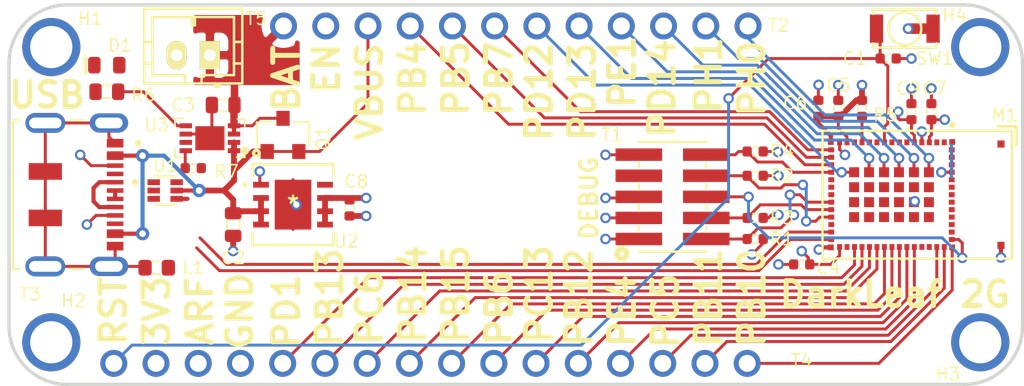
<source format=kicad_pcb>
(kicad_pcb (version 20171130) (host pcbnew "(5.1.9)-1")
  (layers (0 F.Cu signal) (1 In1.Cu signal hide) (2 In2.Cu signal hide) (31 B.Cu signal) (34 B.Paste user) (35 F.Paste user) (36 B.SilkS user) (37 F.SilkS user) (38 B.Mask user) (39 F.Mask user) (44 Edge.Cuts user))
  (net 0 "")
  (net 1 /NRST)
  (net 2 GND)
  (net 3 +5V)
  (net 4 /VBAT)
  (net 5 +3V3)
  (net 6 /LED)
  (net 7 "Net-(L1-Pad2)")
  (net 8 "Net-(M1-Pad85)")
  (net 9 "Net-(M1-Pad14)")
  (net 10 /BOOT0)
  (net 11 "Net-(M1-Pad12)")
  (net 12 "Net-(M1-Pad11)")
  (net 13 "Net-(M1-Pad9)")
  (net 14 "Net-(M1-Pad8)")
  (net 15 "Net-(M1-Pad7)")
  (net 16 "Net-(M1-Pad3)")
  (net 17 "Net-(M1-Pad2)")
  (net 18 /JTAG_NJTRST)
  (net 19 "Net-(M1-Pad22)")
  (net 20 "Net-(M1-Pad23)")
  (net 21 /USB_D-)
  (net 22 /USB_D+)
  (net 23 "Net-(M1-Pad28)")
  (net 24 /JTAG_JTDI)
  (net 25 /JTAG_SWCLK)
  (net 26 /JTAG_SWDIO)
  (net 27 "Net-(M1-Pad24)")
  (net 28 "Net-(M1-Pad33)")
  (net 29 "Net-(M1-Pad1)")
  (net 30 "Net-(M1-Pad56)")
  (net 31 "Net-(M1-Pad55)")
  (net 32 /JTAG_JTDO)
  (net 33 "Net-(M1-Pad49)")
  (net 34 "Net-(M1-Pad50)")
  (net 35 "Net-(M1-Pad51)")
  (net 36 "Net-(M1-Pad52)")
  (net 37 "Net-(M1-Pad53)")
  (net 38 "Net-(M1-Pad54)")
  (net 39 "Net-(M1-Pad69)")
  (net 40 "Net-(M1-Pad70)")
  (net 41 "Net-(M1-Pad71)")
  (net 42 "Net-(M1-Pad72)")
  (net 43 "Net-(M1-Pad73)")
  (net 44 "Net-(M1-Pad74)")
  (net 45 "Net-(M1-Pad68)")
  (net 46 "Net-(M1-Pad81)")
  (net 47 "Net-(M1-Pad82)")
  (net 48 "Net-(M1-Pad83)")
  (net 49 "Net-(M1-Pad75)")
  (net 50 "Net-(M1-Pad67)")
  (net 51 "Net-(M1-Pad80)")
  (net 52 "Net-(M1-Pad79)")
  (net 53 "Net-(M1-Pad78)")
  (net 54 "Net-(M1-Pad77)")
  (net 55 "Net-(M1-Pad76)")
  (net 56 /STAT)
  (net 57 /PROG)
  (net 58 "Net-(T1-Pad7)")
  (net 59 "Net-(T2-Pad2)")
  (net 60 "Net-(T3-Pad5)")
  (net 61 "Net-(T3-Pad6)")
  (net 62 "Net-(T3-Pad4)")
  (net 63 "Net-(T3-Pad10)")
  (net 64 "Net-(T4-Pad3)")
  (net 65 "Net-(U2-Pad8)")
  (net 66 "Net-(U3-Pad7)")
  (net 67 "Net-(H1-Pad1)")
  (net 68 "Net-(H2-Pad1)")
  (net 69 "Net-(H3-Pad1)")
  (net 70 "Net-(H4-Pad1)")
  (net 71 /PB10)
  (net 72 /PE4)
  (net 73 /PC5)
  (net 74 /PB11)
  (net 75 /PB14)
  (net 76 /PB15)
  (net 77 /PB6)
  (net 78 /PC13)
  (net 79 /PB12)
  (net 80 /PD1)
  (net 81 /PB13)
  (net 82 /PC6)
  (net 83 /PB4)
  (net 84 /PB7)
  (net 85 /PB5)
  (net 86 /PD12)
  (net 87 /PD13)
  (net 88 /PE1)
  (net 89 /PD14)
  (net 90 /PH1)
  (net 91 /PH0)
  (module AVR-KiCAD-Lib-Modules:STM32WB5MMGH6TR (layer F.Cu) (at 172.6 100 270)
    (fp_text reference M1 (at -4.8 -6.8 180) (layer F.SilkS) (effects (font (size 0.75 0.75) (thickness 0.1))))
    (fp_text value STM32WB5MMGH6TR)
    (pad 86 smd rect (at 3.05 -6.585 270) (size 0.43 0.43) (layers F.Cu F.Paste F.Mask) (net 2 GND))
    (pad 85 smd rect (at -3.05 -6.585 270) (size 0.43 0.43) (layers F.Cu F.Paste F.Mask) (net 8 "Net-(M1-Pad85)"))
    (pad 16 smd rect (at -3.15 3.125 270) (size 0.35 0.3) (layers F.Cu F.Paste F.Mask) (net 2 GND))
    (pad 15 smd rect (at -3.15 2.675 270) (size 0.35 0.3) (layers F.Cu F.Paste F.Mask) (net 5 +3V3))
    (pad 14 smd rect (at -3.15 2.225 270) (size 0.35 0.3) (layers F.Cu F.Paste F.Mask) (net 9 "Net-(M1-Pad14)"))
    (pad 13 smd rect (at -3.15 1.775 270) (size 0.35 0.3) (layers F.Cu F.Paste F.Mask) (net 10 /BOOT0))
    (pad 12 smd rect (at -3.15 1.325 270) (size 0.35 0.3) (layers F.Cu F.Paste F.Mask) (net 11 "Net-(M1-Pad12)"))
    (pad 11 smd rect (at -3.15 0.875 270) (size 0.35 0.3) (layers F.Cu F.Paste F.Mask) (net 12 "Net-(M1-Pad11)"))
    (pad 10 smd rect (at -3.15 0.425 270) (size 0.35 0.3) (layers F.Cu F.Paste F.Mask) (net 1 /NRST))
    (pad 9 smd rect (at -3.15 -0.025 270) (size 0.35 0.3) (layers F.Cu F.Paste F.Mask) (net 13 "Net-(M1-Pad9)"))
    (pad 8 smd rect (at -3.15 -0.475 270) (size 0.35 0.3) (layers F.Cu F.Paste F.Mask) (net 14 "Net-(M1-Pad8)"))
    (pad 7 smd rect (at -3.15 -0.925 270) (size 0.35 0.3) (layers F.Cu F.Paste F.Mask) (net 15 "Net-(M1-Pad7)"))
    (pad 6 smd rect (at -3.15 -1.375 270) (size 0.35 0.3) (layers F.Cu F.Paste F.Mask) (net 5 +3V3))
    (pad 5 smd rect (at -3.15 -1.825 270) (size 0.35 0.3) (layers F.Cu F.Paste F.Mask) (net 2 GND))
    (pad 4 smd rect (at -3.15 -2.275 270) (size 0.35 0.3) (layers F.Cu F.Paste F.Mask) (net 5 +3V3))
    (pad 3 smd rect (at -3.15 -2.725 270) (size 0.35 0.3) (layers F.Cu F.Paste F.Mask) (net 16 "Net-(M1-Pad3)"))
    (pad 2 smd rect (at -3.15 -3.175 270) (size 0.35 0.3) (layers F.Cu F.Paste F.Mask) (net 17 "Net-(M1-Pad2)"))
    (pad 17 smd rect (at -3.175 3.65 270) (size 0.35 0.35) (layers F.Cu F.Paste F.Mask) (net 5 +3V3))
    (pad 18 smd rect (at -2.7 3.625) (size 0.35 0.3) (layers F.Cu F.Paste F.Mask) (net 84 /PB7))
    (pad 19 smd rect (at -2.25 3.625) (size 0.35 0.3) (layers F.Cu F.Paste F.Mask) (net 85 /PB5))
    (pad 20 smd rect (at -1.8 3.625) (size 0.35 0.3) (layers F.Cu F.Paste F.Mask) (net 83 /PB4))
    (pad 21 smd rect (at -1.35 3.625) (size 0.35 0.3) (layers F.Cu F.Paste F.Mask) (net 18 /JTAG_NJTRST))
    (pad 22 smd rect (at -0.9 3.625) (size 0.35 0.3) (layers F.Cu F.Paste F.Mask) (net 19 "Net-(M1-Pad22)"))
    (pad 23 smd rect (at -0.45 3.625) (size 0.35 0.3) (layers F.Cu F.Paste F.Mask) (net 20 "Net-(M1-Pad23)"))
    (pad 31 smd rect (at 3.175 3.65 270) (size 0.35 0.35) (layers F.Cu F.Paste F.Mask) (net 2 GND))
    (pad 30 smd rect (at 2.7 3.625 270) (size 0.3 0.35) (layers F.Cu F.Paste F.Mask) (net 21 /USB_D-))
    (pad 29 smd rect (at 2.25 3.625) (size 0.35 0.3) (layers F.Cu F.Paste F.Mask) (net 22 /USB_D+))
    (pad 28 smd rect (at 1.8 3.625) (size 0.35 0.3) (layers F.Cu F.Paste F.Mask) (net 23 "Net-(M1-Pad28)"))
    (pad 27 smd rect (at 1.35 3.625) (size 0.35 0.3) (layers F.Cu F.Paste F.Mask) (net 24 /JTAG_JTDI))
    (pad 26 smd rect (at 0.9 3.625) (size 0.35 0.3) (layers F.Cu F.Paste F.Mask) (net 25 /JTAG_SWCLK))
    (pad 25 smd rect (at 0.45 3.625) (size 0.35 0.3) (layers F.Cu F.Paste F.Mask) (net 26 /JTAG_SWDIO))
    (pad 24 smd rect (at 0 3.625) (size 0.35 0.3) (layers F.Cu F.Paste F.Mask) (net 27 "Net-(M1-Pad24)"))
    (pad 32 smd rect (at 3.15 3.125 270) (size 0.35 0.3) (layers F.Cu F.Paste F.Mask) (net 5 +3V3))
    (pad 33 smd rect (at 3.15 2.675 270) (size 0.35 0.3) (layers F.Cu F.Paste F.Mask) (net 28 "Net-(M1-Pad33)"))
    (pad 34 smd rect (at 3.15 2.225 270) (size 0.35 0.3) (layers F.Cu F.Paste F.Mask) (net 80 /PD1))
    (pad 35 smd rect (at 3.15 1.775 270) (size 0.35 0.3) (layers F.Cu F.Paste F.Mask) (net 81 /PB13))
    (pad 36 smd rect (at 3.15 1.325 270) (size 0.35 0.3) (layers F.Cu F.Paste F.Mask) (net 82 /PC6))
    (pad 37 smd rect (at 3.15 0.875 270) (size 0.35 0.3) (layers F.Cu F.Paste F.Mask) (net 75 /PB14))
    (pad 38 smd rect (at 3.15 0.425 270) (size 0.35 0.3) (layers F.Cu F.Paste F.Mask) (net 76 /PB15))
    (pad 39 smd rect (at 3.15 -0.025 270) (size 0.35 0.3) (layers F.Cu F.Paste F.Mask) (net 77 /PB6))
    (pad 40 smd rect (at 3.15 -0.475 270) (size 0.35 0.3) (layers F.Cu F.Paste F.Mask) (net 78 /PC13))
    (pad 41 smd rect (at 3.15 -0.925 270) (size 0.35 0.3) (layers F.Cu F.Paste F.Mask) (net 79 /PB12))
    (pad 42 smd rect (at 3.15 -1.375 270) (size 0.35 0.3) (layers F.Cu F.Paste F.Mask) (net 72 /PE4))
    (pad 43 smd rect (at 3.15 -1.825 270) (size 0.35 0.3) (layers F.Cu F.Paste F.Mask))
    (pad 44 smd rect (at 3.15 -2.275 270) (size 0.35 0.3) (layers F.Cu F.Paste F.Mask))
    (pad 45 smd rect (at 3.15 -2.725 270) (size 0.35 0.3) (layers F.Cu F.Paste F.Mask) (net 73 /PC5))
    (pad 46 smd rect (at 3.15 -3.175 270) (size 0.35 0.3) (layers F.Cu F.Paste F.Mask) (net 74 /PB11))
    (pad 1 smd rect (at -3.175 -3.65 270) (size 0.35 0.35) (layers F.Cu F.Paste F.Mask) (net 29 "Net-(M1-Pad1)"))
    (pad 60 smd rect (at -2.7 -3.625) (size 0.35 0.3) (layers F.Cu F.Paste F.Mask) (net 2 GND))
    (pad 59 smd rect (at -2.25 -3.625) (size 0.35 0.3) (layers F.Cu F.Paste F.Mask) (net 2 GND))
    (pad 58 smd rect (at -1.8 -3.625) (size 0.35 0.3) (layers F.Cu F.Paste F.Mask) (net 2 GND))
    (pad 57 smd rect (at -1.35 -3.625) (size 0.35 0.3) (layers F.Cu F.Paste F.Mask) (net 2 GND))
    (pad 56 smd rect (at -0.9 -3.625) (size 0.35 0.3) (layers F.Cu F.Paste F.Mask) (net 30 "Net-(M1-Pad56)"))
    (pad 55 smd rect (at -0.45 -3.625) (size 0.35 0.3) (layers F.Cu F.Paste F.Mask) (net 31 "Net-(M1-Pad55)"))
    (pad 47 smd rect (at 3.175 -3.65 270) (size 0.35 0.35) (layers F.Cu F.Paste F.Mask) (net 71 /PB10))
    (pad 48 smd rect (at 2.7 -3.625) (size 0.35 0.3) (layers F.Cu F.Paste F.Mask) (net 32 /JTAG_JTDO))
    (pad 49 smd rect (at 2.25 -3.625) (size 0.35 0.3) (layers F.Cu F.Paste F.Mask) (net 33 "Net-(M1-Pad49)"))
    (pad 50 smd rect (at 1.8 -3.625) (size 0.35 0.3) (layers F.Cu F.Paste F.Mask) (net 34 "Net-(M1-Pad50)"))
    (pad 51 smd rect (at 1.35 -3.625) (size 0.35 0.3) (layers F.Cu F.Paste F.Mask) (net 35 "Net-(M1-Pad51)"))
    (pad 52 smd rect (at 0.9 -3.625) (size 0.35 0.3) (layers F.Cu F.Paste F.Mask) (net 36 "Net-(M1-Pad52)"))
    (pad 53 smd rect (at 0.45 -3.625) (size 0.35 0.3) (layers F.Cu F.Paste F.Mask) (net 37 "Net-(M1-Pad53)"))
    (pad 54 smd rect (at 0 -3.625) (size 0.35 0.3) (layers F.Cu F.Paste F.Mask) (net 38 "Net-(M1-Pad54)"))
    (pad 69 smd rect (at 1.35 2.25 270) (size 0.6 0.6) (layers F.Cu F.Paste F.Mask) (net 39 "Net-(M1-Pad69)"))
    (pad 70 smd rect (at 1.35 1.35 270) (size 0.6 0.6) (layers F.Cu F.Paste F.Mask) (net 40 "Net-(M1-Pad70)"))
    (pad 71 smd rect (at 1.35 0.45 270) (size 0.6 0.6) (layers F.Cu F.Paste F.Mask) (net 41 "Net-(M1-Pad71)"))
    (pad 72 smd rect (at 1.35 -0.45 270) (size 0.6 0.6) (layers F.Cu F.Paste F.Mask) (net 42 "Net-(M1-Pad72)"))
    (pad 73 smd rect (at 1.35 -1.35 270) (size 0.6 0.6) (layers F.Cu F.Paste F.Mask) (net 43 "Net-(M1-Pad73)"))
    (pad 74 smd rect (at 1.35 -2.25 270) (size 0.6 0.6) (layers F.Cu F.Paste F.Mask) (net 44 "Net-(M1-Pad74)"))
    (pad 68 smd rect (at 0.45 2.25 270) (size 0.6 0.6) (layers F.Cu F.Paste F.Mask) (net 45 "Net-(M1-Pad68)"))
    (pad 81 smd rect (at 0.45 1.35 270) (size 0.6 0.6) (layers F.Cu F.Paste F.Mask) (net 46 "Net-(M1-Pad81)"))
    (pad 82 smd rect (at 0.45 0.45 270) (size 0.6 0.6) (layers F.Cu F.Paste F.Mask) (net 47 "Net-(M1-Pad82)"))
    (pad 83 smd rect (at 0.45 -0.45 270) (size 0.6 0.6) (layers F.Cu F.Paste F.Mask) (net 48 "Net-(M1-Pad83)"))
    (pad 84 smd rect (at 0.45 -1.35 270) (size 0.6 0.6) (layers F.Cu F.Paste F.Mask) (net 2 GND))
    (pad 75 smd rect (at 0.45 -2.25 270) (size 0.6 0.6) (layers F.Cu F.Paste F.Mask) (net 49 "Net-(M1-Pad75)"))
    (pad 67 smd rect (at -0.45 2.25 270) (size 0.6 0.6) (layers F.Cu F.Paste F.Mask) (net 50 "Net-(M1-Pad67)"))
    (pad 80 smd rect (at -0.45 1.35 270) (size 0.6 0.6) (layers F.Cu F.Paste F.Mask) (net 51 "Net-(M1-Pad80)"))
    (pad 79 smd rect (at -0.45 0.45 270) (size 0.6 0.6) (layers F.Cu F.Paste F.Mask) (net 52 "Net-(M1-Pad79)"))
    (pad 78 smd rect (at -0.45 -0.45 270) (size 0.6 0.6) (layers F.Cu F.Paste F.Mask) (net 53 "Net-(M1-Pad78)"))
    (pad 77 smd rect (at -0.45 -1.35 270) (size 0.6 0.6) (layers F.Cu F.Paste F.Mask) (net 54 "Net-(M1-Pad77)"))
    (pad 76 smd rect (at -0.45 -2.25 270) (size 0.6 0.6) (layers F.Cu F.Paste F.Mask) (net 55 "Net-(M1-Pad76)"))
    (pad 66 smd rect (at -1.35 2.25 270) (size 0.6 0.6) (layers F.Cu F.Paste F.Mask) (net 86 /PD12))
    (pad 65 smd rect (at -1.35 1.35 270) (size 0.6 0.6) (layers F.Cu F.Paste F.Mask) (net 87 /PD13))
    (pad 64 smd rect (at -1.35 0.45 270) (size 0.6 0.6) (layers F.Cu F.Paste F.Mask) (net 88 /PE1))
    (pad 63 smd rect (at -1.35 -0.45 270) (size 0.6 0.6) (layers F.Cu F.Paste F.Mask) (net 89 /PD14))
    (pad 62 smd rect (at -1.35 -1.35 270) (size 0.6 0.6) (layers F.Cu F.Paste F.Mask) (net 90 /PH1))
    (pad 61 smd rect (at -1.35 -2.25 270) (size 0.6 0.6) (layers F.Cu F.Paste F.Mask) (net 91 /PH0))
  )
  (module AVR-KiCAD-Lib-Connectors:SAMTEC-TSW-112-07-X-S (layer F.Cu) (at 150 89.84)
    (fp_text reference T2 (at 15.8 -0.04) (layer F.SilkS) (effects (font (size 0.75 0.75) (thickness 0.1))))
    (fp_text value TSW-112-07-G-S hide)
    (pad 12 thru_hole circle (at 13.97 0) (size 1.62 1.62) (drill 1.02) (layers *.Cu *.Mask) (net 91 /PH0))
    (pad 11 thru_hole circle (at 11.43 0) (size 1.62 1.62) (drill 1.02) (layers *.Cu *.Mask) (net 90 /PH1))
    (pad 10 thru_hole circle (at 8.89 0) (size 1.62 1.62) (drill 1.02) (layers *.Cu *.Mask) (net 89 /PD14))
    (pad 9 thru_hole circle (at 6.35 0) (size 1.62 1.62) (drill 1.02) (layers *.Cu *.Mask) (net 88 /PE1))
    (pad 8 thru_hole circle (at 3.81 0) (size 1.62 1.62) (drill 1.02) (layers *.Cu *.Mask) (net 87 /PD13))
    (pad 7 thru_hole circle (at 1.27 0) (size 1.62 1.62) (drill 1.02) (layers *.Cu *.Mask) (net 86 /PD12))
    (pad 6 thru_hole circle (at -1.27 0) (size 1.62 1.62) (drill 1.02) (layers *.Cu *.Mask) (net 84 /PB7))
    (pad 5 thru_hole circle (at -3.81 0) (size 1.62 1.62) (drill 1.02) (layers *.Cu *.Mask) (net 85 /PB5))
    (pad 4 thru_hole circle (at -6.35 0) (size 1.62 1.62) (drill 1.02) (layers *.Cu *.Mask) (net 83 /PB4))
    (pad 3 thru_hole circle (at -8.89 0) (size 1.62 1.62) (drill 1.02) (layers *.Cu *.Mask) (net 3 +5V))
    (pad 2 thru_hole circle (at -11.43 0) (size 1.62 1.62) (drill 1.02) (layers *.Cu *.Mask) (net 59 "Net-(T2-Pad2)"))
    (pad 1 thru_hole circle (at -13.97 0) (size 1.62 1.62) (drill 1.02) (layers *.Cu *.Mask) (net 4 /VBAT))
  )
  (module AVR-KiCAD-Lib-Connectors:SAMTEC-TSW-116-07-X-S (layer F.Cu) (at 144.87 110.16)
    (fp_text reference T4 (at 22.33 -0.16) (layer F.SilkS) (effects (font (size 0.75 0.75) (thickness 0.1))))
    (fp_text value TSW-116-07-L-S)
    (pad 16 thru_hole circle (at 19.05 0) (size 1.62 1.62) (drill 1.02) (layers *.Cu *.Mask) (net 71 /PB10))
    (pad 15 thru_hole circle (at 16.51 0) (size 1.62 1.62) (drill 1.02) (layers *.Cu *.Mask) (net 74 /PB11))
    (pad 14 thru_hole circle (at 13.97 0) (size 1.62 1.62) (drill 1.02) (layers *.Cu *.Mask) (net 73 /PC5))
    (pad 13 thru_hole circle (at 11.43 0) (size 1.62 1.62) (drill 1.02) (layers *.Cu *.Mask) (net 72 /PE4))
    (pad 12 thru_hole circle (at 8.89 0) (size 1.62 1.62) (drill 1.02) (layers *.Cu *.Mask) (net 79 /PB12))
    (pad 11 thru_hole circle (at 6.35 0) (size 1.62 1.62) (drill 1.02) (layers *.Cu *.Mask) (net 78 /PC13))
    (pad 10 thru_hole circle (at 3.81 0) (size 1.62 1.62) (drill 1.02) (layers *.Cu *.Mask) (net 77 /PB6))
    (pad 9 thru_hole circle (at 1.27 0) (size 1.62 1.62) (drill 1.02) (layers *.Cu *.Mask) (net 76 /PB15))
    (pad 8 thru_hole circle (at -1.27 0) (size 1.62 1.62) (drill 1.02) (layers *.Cu *.Mask) (net 75 /PB14))
    (pad 7 thru_hole circle (at -3.81 0) (size 1.62 1.62) (drill 1.02) (layers *.Cu *.Mask) (net 82 /PC6))
    (pad 6 thru_hole circle (at -6.35 0) (size 1.62 1.62) (drill 1.02) (layers *.Cu *.Mask) (net 81 /PB13))
    (pad 5 thru_hole circle (at -8.89 0) (size 1.62 1.62) (drill 1.02) (layers *.Cu *.Mask) (net 80 /PD1))
    (pad 4 thru_hole circle (at -11.43 0) (size 1.62 1.62) (drill 1.02) (layers *.Cu *.Mask) (net 2 GND))
    (pad 3 thru_hole circle (at -13.97 0) (size 1.62 1.62) (drill 1.02) (layers *.Cu *.Mask) (net 64 "Net-(T4-Pad3)"))
    (pad 2 thru_hole circle (at -16.51 0) (size 1.62 1.62) (drill 1.02) (layers *.Cu *.Mask) (net 5 +3V3))
    (pad 1 thru_hole circle (at -19.05 0) (size 1.62 1.62) (drill 1.02) (layers *.Cu *.Mask) (net 1 /NRST))
  )
  (module AVR-KiCAD-Lib-Connectors:JAE_DX07S016JA1R1500 (layer F.Cu) (at 124.8 100 270)
    (fp_text reference T3 (at 6 4 180) (layer F.SilkS) (effects (font (size 0.75 0.75) (thickness 0.1))))
    (fp_text value DX07S016JA1R1500)
    (pad S6 thru_hole oval (at 4.32 3.1 270) (size 1.2 2.4) (drill oval 0.65 1.95) (layers *.Cu *.Mask) (net 7 "Net-(L1-Pad2)"))
    (pad S5 thru_hole oval (at -4.32 3.1 270) (size 1.2 2.4) (drill oval 0.65 1.95) (layers *.Cu *.Mask) (net 7 "Net-(L1-Pad2)"))
    (pad S4 thru_hole oval (at 4.32 -0.725 270) (size 1.158 2.316) (drill oval 0.65 1.65) (layers *.Cu *.Mask) (net 7 "Net-(L1-Pad2)"))
    (pad S3 thru_hole oval (at -4.32 -0.725 270) (size 1.158 2.316) (drill oval 0.65 1.65) (layers *.Cu *.Mask) (net 7 "Net-(L1-Pad2)"))
    (pad None np_thru_hole circle (at -3 0 270) (size 0.63 0.63) (drill 0.63) (layers *.Cu *.Mask))
    (pad S2 smd rect (at 1.4 3.1 270) (size 1 2) (layers F.Cu F.Paste F.Mask) (net 7 "Net-(L1-Pad2)"))
    (pad S1 smd rect (at -1.4 3.1 270) (size 1 2) (layers F.Cu F.Paste F.Mask) (net 7 "Net-(L1-Pad2)"))
    (pad None np_thru_hole circle (at 3 0 270) (size 0.63 0.63) (drill 0.63) (layers *.Cu *.Mask))
    (pad None np_thru_hole circle (at 3 0 270) (size 0.6 0.6) (drill 0.6) (layers *.Cu *.Mask))
    (pad 9 smd rect (at 1.25 -1.1 270) (size 0.27 1) (layers F.Cu F.Paste F.Mask) (net 2 GND))
    (pad 8 smd rect (at 0.75 -1.1 270) (size 0.27 1) (layers F.Cu F.Paste F.Mask) (net 60 "Net-(T3-Pad5)"))
    (pad 7 smd rect (at 0.25 -1.1 270) (size 0.27 1) (layers F.Cu F.Paste F.Mask) (net 61 "Net-(T3-Pad6)"))
    (pad 6 smd rect (at -0.25 -1.1 270) (size 0.27 1) (layers F.Cu F.Paste F.Mask) (net 61 "Net-(T3-Pad6)"))
    (pad 5 smd rect (at -0.75 -1.1 270) (size 0.27 1) (layers F.Cu F.Paste F.Mask) (net 60 "Net-(T3-Pad5)"))
    (pad 4 smd rect (at -1.25 -1.1 270) (size 0.27 1) (layers F.Cu F.Paste F.Mask) (net 62 "Net-(T3-Pad4)"))
    (pad 10 smd rect (at 1.75 -1.1 270) (size 0.27 1) (layers F.Cu F.Paste F.Mask) (net 63 "Net-(T3-Pad10)"))
    (pad 3 smd rect (at -1.75 -1.1 270) (size 0.27 1) (layers F.Cu F.Paste F.Mask) (net 2 GND))
    (pad 11 smd rect (at 2.35 -1.1 270) (size 0.52 1) (layers F.Cu F.Paste F.Mask) (net 3 +5V))
    (pad 2 smd rect (at -2.35 -1.1 270) (size 0.52 1) (layers F.Cu F.Paste F.Mask) (net 3 +5V))
    (pad 12 smd rect (at 3.1 -1.1 270) (size 0.52 1) (layers F.Cu F.Paste F.Mask) (net 7 "Net-(L1-Pad2)"))
    (pad 1 smd rect (at -3.1 -1.1 270) (size 0.52 1) (layers F.Cu F.Paste F.Mask) (net 7 "Net-(L1-Pad2)"))
  )
  (module AVR-KiCAD-Lib-Holes_Fasteners:2.54mm_PLT_Hole (layer F.Cu) (at 177.94 91.11)
    (fp_text reference H4 (at -1.54 -1.91) (layer F.SilkS) (effects (font (size 0.75 0.75) (thickness 0.1))))
    (fp_text value 2.54mm_PLT_Hole)
    (pad 1 thru_hole circle (at 0 0) (size 3.5 3.5) (drill 2.54) (layers *.Cu *.Mask) (net 70 "Net-(H4-Pad1)"))
  )
  (module AVR-KiCAD-Lib-Holes_Fasteners:2.54mm_PLT_Hole (layer F.Cu) (at 177.94 108.89)
    (fp_text reference H3 (at -1.94 1.91) (layer F.SilkS) (effects (font (size 0.75 0.75) (thickness 0.1))))
    (fp_text value 2.54mm_PLT_Hole)
    (pad 1 thru_hole circle (at 0 0) (size 3.5 3.5) (drill 2.54) (layers *.Cu *.Mask) (net 69 "Net-(H3-Pad1)"))
  )
  (module AVR-KiCAD-Lib-Holes_Fasteners:2.54mm_PLT_Hole (layer F.Cu) (at 122.06 108.89)
    (fp_text reference H2 (at 1.34 -2.49) (layer F.SilkS) (effects (font (size 0.75 0.75) (thickness 0.1))))
    (fp_text value 2.54mm_PLT_Hole)
    (pad 1 thru_hole circle (at 0 0) (size 3.5 3.5) (drill 2.54) (layers *.Cu *.Mask) (net 68 "Net-(H2-Pad1)"))
  )
  (module AVR-KiCAD-Lib-Holes_Fasteners:2.54mm_PLT_Hole (layer F.Cu) (at 122.06 91.11)
    (fp_text reference H1 (at 2.34 -1.71) (layer F.SilkS) (effects (font (size 0.75 0.75) (thickness 0.1))))
    (fp_text value 2.54mm_PLT_Hole)
    (pad 1 thru_hole circle (at 0 0) (size 3.5 3.5) (drill 2.54) (layers *.Cu *.Mask) (net 67 "Net-(H1-Pad1)"))
  )
  (module AVR-KiCAD-Lib-ICs:MCP73831T-2ACI-MC (layer F.Cu) (at 131.6 96.6 180)
    (fp_text reference U3 (at 3.2 0.8) (layer F.SilkS) (effects (font (size 0.75 0.75) (thickness 0.1))))
    (fp_text value MCP73831T-2ACI_MC)
    (pad 5 smd rect (at 1.45 0.75 180) (size 0.75 0.3) (layers F.Cu F.Paste F.Mask) (net 56 /STAT))
    (pad 8 smd rect (at 1.45 -0.75 180) (size 0.75 0.3) (layers F.Cu F.Paste F.Mask) (net 57 /PROG))
    (pad 7 smd rect (at 1.45 -0.25 180) (size 0.75 0.3) (layers F.Cu F.Paste F.Mask) (net 66 "Net-(U3-Pad7)"))
    (pad 6 smd rect (at 1.45 0.25 180) (size 0.75 0.3) (layers F.Cu F.Paste F.Mask) (net 2 GND))
    (pad 4 smd rect (at -1.45 0.75 180) (size 0.75 0.3) (layers F.Cu F.Paste F.Mask) (net 4 /VBAT))
    (pad 3 smd rect (at -1.45 0.25 180) (size 0.75 0.3) (layers F.Cu F.Paste F.Mask) (net 4 /VBAT))
    (pad 2 smd rect (at -1.45 -0.25 180) (size 0.75 0.3) (layers F.Cu F.Paste F.Mask) (net 3 +5V))
    (pad 1 smd rect (at -1.45 -0.75 180) (size 0.75 0.3) (layers F.Cu F.Paste F.Mask) (net 3 +5V))
    (pad 0 smd rect (at 0 0 180) (size 1.75 1.45) (layers F.Cu F.Paste F.Mask) (net 2 GND))
  )
  (module AVR-KiCAD-Lib-ICs:TLV1117-33IDRJR (layer F.Cu) (at 136.6 100.6)
    (fp_text reference U2 (at 3.2 2.2) (layer F.SilkS) (effects (font (size 0.75 0.75) (thickness 0.1))))
    (fp_text value TLV1117-33IDRJR)
    (fp_line (start 0 1.5) (end 0 1.5) (layer F.Cu) (width 0.1524))
    (fp_line (start 0 1.5) (end 0 1.5) (layer F.Cu) (width 0.1524))
    (fp_line (start 0 1.5) (end 0 1.5) (layer F.Cu) (width 0.1524))
    (fp_line (start 0 1.5) (end 0 1.5) (layer F.Cu) (width 0.1524))
    (fp_line (start 0 1.5) (end 0 1.5) (layer F.Cu) (width 0.1524))
    (fp_line (start 0 1.5) (end 0 1.5) (layer F.Cu) (width 0.1524))
    (fp_line (start 0 1.5) (end 0 1.5) (layer F.Cu) (width 0.1524))
    (fp_line (start 0 1.5) (end 0 1.5) (layer F.Cu) (width 0.1524))
    (fp_line (start 0 -1.5) (end 0 -1.5) (layer F.Cu) (width 0.1524))
    (fp_line (start 0 -1.5) (end 0 -1.5) (layer F.Cu) (width 0.1524))
    (fp_line (start 0 -1.5) (end 0 -1.5) (layer F.Cu) (width 0.1524))
    (fp_line (start 0 -1.5) (end 0 -1.5) (layer F.Cu) (width 0.1524))
    (fp_line (start 0 -1.5) (end 0 -1.5) (layer F.Cu) (width 0.1524))
    (fp_line (start 0 -1.5) (end 0 -1.5) (layer F.Cu) (width 0.1524))
    (fp_line (start 0 -1.5) (end 0 -1.5) (layer F.Cu) (width 0.1524))
    (fp_line (start 0 -1.5) (end 0 -1.5) (layer F.Cu) (width 0.1524))
    (fp_text user * (at 0 0) (layer F.SilkS))
    (pad 9 smd rect (at 0 0) (size 2.2 2.999999) (layers F.Cu F.Paste F.Mask) (net 2 GND))
    (pad 8 smd rect (at 1.925066 -1.2) (size 0.95 0.35) (layers F.Cu F.Paste F.Mask) (net 65 "Net-(U2-Pad8)"))
    (pad 7 smd rect (at 1.925066 -0.399999) (size 0.95 0.35) (layers F.Cu F.Paste F.Mask) (net 5 +3V3))
    (pad 6 smd rect (at 1.925066 0.399999) (size 0.95 0.35) (layers F.Cu F.Paste F.Mask) (net 5 +3V3))
    (pad 5 smd rect (at 1.925066 1.2) (size 0.95 0.35) (layers F.Cu F.Paste F.Mask) (net 5 +3V3))
    (pad 4 smd rect (at -1.925066 1.2) (size 0.95 0.35) (layers F.Cu F.Paste F.Mask) (net 3 +5V))
    (pad 3 smd rect (at -1.925066 0.399999) (size 0.95 0.35) (layers F.Cu F.Paste F.Mask) (net 3 +5V))
    (pad 2 smd rect (at -1.925066 -0.399999) (size 0.95 0.35) (layers F.Cu F.Paste F.Mask) (net 3 +5V))
    (pad 1 smd rect (at -1.925066 -1.2) (size 0.95 0.35) (layers F.Cu F.Paste F.Mask) (net 2 GND))
  )
  (module AVR-KiCAD-Lib-ICs:SOT50P160X60-6N (layer F.Cu) (at 128.91 99.75)
    (fp_text reference U1 (at 0 -1.5) (layer F.SilkS) (effects (font (size 0.75 0.75) (thickness 0.1))))
    (fp_text value USBLC6-2P6)
    (pad 6 smd rect (at 0.69 -0.5) (size 0.75 0.35) (layers F.Cu F.Paste F.Mask) (net 22 /USB_D+))
    (pad 5 smd rect (at 0.69 0) (size 0.75 0.35) (layers F.Cu F.Paste F.Mask) (net 3 +5V))
    (pad 4 smd rect (at 0.69 0.5) (size 0.75 0.35) (layers F.Cu F.Paste F.Mask) (net 21 /USB_D-))
    (pad 3 smd rect (at -0.69 0.5) (size 0.75 0.35) (layers F.Cu F.Paste F.Mask) (net 60 "Net-(T3-Pad5)"))
    (pad 2 smd rect (at -0.69 0) (size 0.75 0.35) (layers F.Cu F.Paste F.Mask) (net 2 GND))
    (pad 1 smd rect (at -0.69 -0.5) (size 0.75 0.35) (layers F.Cu F.Paste F.Mask) (net 61 "Net-(T3-Pad6)"))
  )
  (module "AVR-KiCAD-Lib-Connectors:B2B-PH-K-S(LF)(SN)" (layer F.Cu) (at 131.6 91.6 180)
    (fp_text reference T5 (at -2.8 2.2) (layer F.SilkS) (effects (font (size 0.75 0.75) (thickness 0.1))))
    (fp_text value "B2B-PH-K-S(LF)(SN)" hide)
    (pad 1 thru_hole rect (at 0 0 180) (size 1.2 1.7) (drill 0.7) (layers *.Cu *.Mask F.SilkS) (net 4 /VBAT))
    (pad 2 thru_hole oval (at 2 0 180) (size 1.2 1.7) (drill 0.7) (layers *.Cu *.Mask F.SilkS) (net 2 GND))
  )
  (module AVR-KiCAD-Lib-Connectors:20021121-00010C4LF (layer F.Cu) (at 159.43 100.13 270)
    (fp_text reference T1 (at -3.73 3.63 180) (layer F.SilkS) (effects (font (size 0.75 0.75) (thickness 0.1))))
    (fp_text value 20021121-00010C4LF)
    (pad 10 smd rect (at -2.54 -2.03 270) (size 0.75 2.8) (layers F.Cu F.Paste F.Mask) (net 18 /JTAG_NJTRST))
    (pad 9 smd rect (at -2.54 2.03 270) (size 0.75 2.8) (layers F.Cu F.Paste F.Mask) (net 2 GND))
    (pad 8 smd rect (at -1.27 -2.03 270) (size 0.75 2.8) (layers F.Cu F.Paste F.Mask) (net 24 /JTAG_JTDI))
    (pad 7 smd rect (at -1.27 2.03 270) (size 0.75 2.8) (layers F.Cu F.Paste F.Mask) (net 58 "Net-(T1-Pad7)"))
    (pad 6 smd rect (at 0 -2.03 270) (size 0.75 2.8) (layers F.Cu F.Paste F.Mask) (net 32 /JTAG_JTDO))
    (pad 5 smd rect (at 0 2.03 270) (size 0.75 2.8) (layers F.Cu F.Paste F.Mask) (net 2 GND))
    (pad 4 smd rect (at 1.27 -2.03 270) (size 0.75 2.8) (layers F.Cu F.Paste F.Mask) (net 25 /JTAG_SWCLK))
    (pad 3 smd rect (at 1.27 2.03 270) (size 0.75 2.8) (layers F.Cu F.Paste F.Mask) (net 2 GND))
    (pad 2 smd rect (at 2.54 -2.03 270) (size 0.75 2.8) (layers F.Cu F.Paste F.Mask) (net 26 /JTAG_SWDIO))
    (pad 1 smd rect (at 2.54 2.03 270) (size 0.75 2.8) (layers F.Cu F.Paste F.Mask) (net 5 +3V3))
  )
  (module AVR-KiCAD-Lib-Mech-Switches:B3U-1000P (layer F.Cu) (at 173.4 90 180)
    (fp_text reference SW1 (at -1.8 -1.8) (layer F.SilkS) (effects (font (size 0.75 0.75) (thickness 0.1))))
    (fp_text value B3U-1000P)
    (pad 1 smd rect (at -1.7 0 180) (size 0.8 1.7) (layers F.Cu F.Paste F.Mask) (net 2 GND))
    (pad 2 smd rect (at 1.7 0 180) (size 0.8 1.7) (layers F.Cu F.Paste F.Mask) (net 1 /NRST))
  )
  (module AVR-KiCAD-Lib-Resistors:R0402 (layer F.Cu) (at 130.6 98.4)
    (fp_text reference R7 (at 2 0.2) (layer F.SilkS) (effects (font (size 0.75 0.75) (thickness 0.1))))
    (fp_text value RC0402FR-072KL)
    (pad 1 smd roundrect (at -0.483 0) (size 0.559 0.61) (layers F.Cu F.Paste F.Mask) (net 57 /PROG))
    (pad 2 smd roundrect (at 0.483 0) (size 0.559 0.61) (layers F.Cu F.Paste F.Mask) (net 2 GND))
  )
  (module AVR-KiCAD-Lib-Resistors:R0603 (layer F.Cu) (at 125.4 93.8)
    (fp_text reference R6 (at 2.2 0.2) (layer F.SilkS) (effects (font (size 0.75 0.75) (thickness 0.1))))
    (fp_text value RC0603FR-07470RL)
    (pad 2 smd roundrect (at 0.68 0) (size 0.74 1) (layers F.Cu F.Paste F.Mask) (net 56 /STAT))
    (pad 1 smd roundrect (at -0.68 0) (size 0.74 1) (layers F.Cu F.Paste F.Mask) (net 6 /LED))
  )
  (module AVR-KiCAD-Lib-Resistors:R0402 (layer F.Cu) (at 170.825 94.8 270)
    (fp_text reference R5 (at 0.4 -1.4 180) (layer F.SilkS) (effects (font (size 0.75 0.75) (thickness 0.1))))
    (fp_text value RC0402FR-0710KL)
    (pad 1 smd roundrect (at -0.483 0 270) (size 0.559 0.61) (layers F.Cu F.Paste F.Mask) (net 5 +3V3))
    (pad 2 smd roundrect (at 0.483 0 270) (size 0.559 0.61) (layers F.Cu F.Paste F.Mask) (net 10 /BOOT0))
  )
  (module AVR-KiCAD-Lib-Resistors:R0402 (layer F.Cu) (at 164.4 97.4 180)
    (fp_text reference R4 (at -1.6 0) (layer F.SilkS) (effects (font (size 0.75 0.75) (thickness 0.1))))
    (fp_text value RC0402FR-0710KL)
    (pad 1 smd roundrect (at -0.483 0 180) (size 0.559 0.61) (layers F.Cu F.Paste F.Mask) (net 5 +3V3))
    (pad 2 smd roundrect (at 0.483 0 180) (size 0.559 0.61) (layers F.Cu F.Paste F.Mask) (net 18 /JTAG_NJTRST))
  )
  (module AVR-KiCAD-Lib-Resistors:R0402 (layer F.Cu) (at 164.4 101.4)
    (fp_text reference R3 (at 1.6 0) (layer F.SilkS) (effects (font (size 0.75 0.75) (thickness 0.1))))
    (fp_text value RC0402FR-0710KL)
    (pad 1 smd roundrect (at -0.483 0) (size 0.559 0.61) (layers F.Cu F.Paste F.Mask) (net 25 /JTAG_SWCLK))
    (pad 2 smd roundrect (at 0.483 0) (size 0.559 0.61) (layers F.Cu F.Paste F.Mask) (net 2 GND))
  )
  (module AVR-KiCAD-Lib-Resistors:R0402 (layer F.Cu) (at 164.4 98.86 180)
    (fp_text reference R2 (at -1.6 0) (layer F.SilkS) (effects (font (size 0.75 0.75) (thickness 0.1))))
    (fp_text value RC0402FR-0710KL)
    (pad 1 smd roundrect (at -0.483 0 180) (size 0.559 0.61) (layers F.Cu F.Paste F.Mask) (net 5 +3V3))
    (pad 2 smd roundrect (at 0.483 0 180) (size 0.559 0.61) (layers F.Cu F.Paste F.Mask) (net 24 /JTAG_JTDI))
  )
  (module AVR-KiCAD-Lib-Resistors:R0402 (layer F.Cu) (at 164.4 102.67 180)
    (fp_text reference R1 (at -1.6 0) (layer F.SilkS) (effects (font (size 0.75 0.75) (thickness 0.1))))
    (fp_text value RC0402FR-0710KL)
    (pad 1 smd roundrect (at -0.483 0 180) (size 0.559 0.61) (layers F.Cu F.Paste F.Mask) (net 5 +3V3))
    (pad 2 smd roundrect (at 0.483 0 180) (size 0.559 0.61) (layers F.Cu F.Paste F.Mask) (net 26 /JTAG_SWDIO))
  )
  (module growbox-KiCAD-Transistors:SOT-23 (layer F.Cu) (at 136 96.4 90)
    (fp_text reference Q1 (at -0.2 2.4 90) (layer F.SilkS) (effects (font (size 0.75 0.75) (thickness 0.1))))
    (fp_text value DMP3125L-7)
    (pad 1 smd rect (at -1 -0.95 90) (size 0.9 0.8) (layers F.Cu F.Paste F.Mask) (net 3 +5V))
    (pad 2 smd rect (at -1 0.95 90) (size 0.9 0.8) (layers F.Cu F.Paste F.Mask) (net 3 +5V))
    (pad 3 smd rect (at 1 0 90) (size 0.9 0.8) (layers F.Cu F.Paste F.Mask) (net 4 /VBAT))
  )
  (module AVR-KiCAD-Lib-Inductors:MI0603K300R-10 (layer F.Cu) (at 128.4 104.4 180)
    (fp_text reference L1 (at -2.2 0) (layer F.SilkS) (effects (font (size 0.75 0.75) (thickness 0.1))))
    (fp_text value MI0603K300R-10)
    (pad 1 smd roundrect (at -0.7 0 180) (size 0.8 0.95) (layers F.Cu F.Paste F.Mask) (net 2 GND))
    (pad 2 smd roundrect (at 0.7 0 180) (size 0.8 0.95) (layers F.Cu F.Paste F.Mask) (net 7 "Net-(L1-Pad2)"))
  )
  (module AVR-KiCAD-Lib-Diodes:LED0603 (layer F.Cu) (at 125.4 92.2 180)
    (fp_text reference D1 (at -0.8 1.2) (layer F.SilkS) (effects (font (size 0.75 0.75) (thickness 0.1))))
    (fp_text value LTST-C194TBKT)
    (pad 2 smd roundrect (at 0.75 0 180) (size 0.75 1) (layers F.Cu F.Paste F.Mask) (net 6 /LED))
    (pad 1 smd roundrect (at -0.75 0 180) (size 0.75 1) (layers F.Cu F.Paste F.Mask) (net 3 +5V))
  )
  (module AVR-KiCAD-Lib-Resistors:R0402 (layer F.Cu) (at 173.8 95 90)
    (fp_text reference C9 (at 1.4 -0.2 180) (layer F.SilkS) (effects (font (size 0.75 0.75) (thickness 0.1))))
    (fp_text value C0402C104K9PACTU)
    (pad 1 smd roundrect (at -0.483 0 90) (size 0.559 0.61) (layers F.Cu F.Paste F.Mask) (net 5 +3V3))
    (pad 2 smd roundrect (at 0.483 0 90) (size 0.559 0.61) (layers F.Cu F.Paste F.Mask) (net 2 GND))
  )
  (module AVR-KiCAD-Lib-Resistors:R0402 (layer F.Cu) (at 140 100.8 270)
    (fp_text reference C8 (at -1.6 -0.4 180) (layer F.SilkS) (effects (font (size 0.75 0.75) (thickness 0.1))))
    (fp_text value C0402C104K9PACTU)
    (pad 1 smd roundrect (at -0.483 0 270) (size 0.559 0.61) (layers F.Cu F.Paste F.Mask) (net 5 +3V3))
    (pad 2 smd roundrect (at 0.483 0 270) (size 0.559 0.61) (layers F.Cu F.Paste F.Mask) (net 2 GND))
  )
  (module AVR-KiCAD-Lib-Resistors:R0402 (layer F.Cu) (at 175 95 90)
    (fp_text reference C7 (at 1.4 0.2) (layer F.SilkS) (effects (font (size 0.75 0.75) (thickness 0.1))))
    (fp_text value C0402C104K9PACTU)
    (pad 1 smd roundrect (at -0.483 0 90) (size 0.559 0.61) (layers F.Cu F.Paste F.Mask) (net 5 +3V3))
    (pad 2 smd roundrect (at 0.483 0 90) (size 0.559 0.61) (layers F.Cu F.Paste F.Mask) (net 2 GND))
  )
  (module AVR-KiCAD-Lib-Resistors:R0402 (layer F.Cu) (at 168.2 94.8 90)
    (fp_text reference C6 (at 0.317 -1.4 180) (layer F.SilkS) (effects (font (size 0.75 0.75) (thickness 0.1))))
    (fp_text value C0402C104K9PACTU)
    (pad 1 smd roundrect (at -0.483 0 90) (size 0.559 0.61) (layers F.Cu F.Paste F.Mask) (net 5 +3V3))
    (pad 2 smd roundrect (at 0.483 0 90) (size 0.559 0.61) (layers F.Cu F.Paste F.Mask) (net 2 GND))
  )
  (module AVR-KiCAD-Lib-Resistors:R0402 (layer F.Cu) (at 169.4 94.8 90)
    (fp_text reference C5 (at 1.4 0 180) (layer F.SilkS) (effects (font (size 0.75 0.75) (thickness 0.1))))
    (fp_text value C0402C104K9PACTU)
    (pad 1 smd roundrect (at -0.483 0 90) (size 0.559 0.61) (layers F.Cu F.Paste F.Mask) (net 5 +3V3))
    (pad 2 smd roundrect (at 0.483 0 90) (size 0.559 0.61) (layers F.Cu F.Paste F.Mask) (net 2 GND))
  )
  (module AVR-KiCAD-Lib-Resistors:R0402 (layer F.Cu) (at 167.2 104.2 180)
    (fp_text reference C4 (at -1.6 -0.2) (layer F.SilkS) (effects (font (size 0.75 0.75) (thickness 0.1))))
    (fp_text value C0402C104K9PACTU)
    (pad 1 smd roundrect (at -0.483 0 180) (size 0.559 0.61) (layers F.Cu F.Paste F.Mask) (net 5 +3V3))
    (pad 2 smd roundrect (at 0.483 0 180) (size 0.559 0.61) (layers F.Cu F.Paste F.Mask) (net 2 GND))
  )
  (module AVR-KiCAD-Lib-Capacitors:C0603 (layer F.Cu) (at 132.4 94.6 180)
    (fp_text reference C3 (at 2.4 0) (layer F.SilkS) (effects (font (size 0.75 0.75) (thickness 0.1))))
    (fp_text value C0603C475K9PACTU hide)
    (pad 2 smd roundrect (at 0.68 0 180) (size 0.74 1) (layers F.Cu F.Paste F.Mask) (net 2 GND))
    (pad 1 smd roundrect (at -0.68 0 180) (size 0.74 1) (layers F.Cu F.Paste F.Mask) (net 4 /VBAT))
  )
  (module AVR-KiCAD-Lib-Capacitors:C0603 (layer F.Cu) (at 133 101.8 90)
    (fp_text reference C2 (at -2 0 180) (layer F.SilkS) (effects (font (size 0.75 0.75) (thickness 0.1))))
    (fp_text value C0603C475K9PACTU hide)
    (pad 2 smd roundrect (at 0.68 0 90) (size 0.74 1) (layers F.Cu F.Paste F.Mask) (net 3 +5V))
    (pad 1 smd roundrect (at -0.68 0 90) (size 0.74 1) (layers F.Cu F.Paste F.Mask) (net 2 GND))
  )
  (module AVR-KiCAD-Lib-Resistors:R0402 (layer F.Cu) (at 172.4 91.8)
    (fp_text reference C1 (at -2 0) (layer F.SilkS) (effects (font (size 0.75 0.75) (thickness 0.1))))
    (fp_text value C0402C104K9PACTU)
    (pad 1 smd roundrect (at -0.483 0) (size 0.559 0.61) (layers F.Cu F.Paste F.Mask) (net 1 /NRST))
    (pad 2 smd roundrect (at 0.483 0) (size 0.559 0.61) (layers F.Cu F.Paste F.Mask) (net 2 GND))
  )
  (gr_text "DarkLeaf 2G" (at 172.8 106) (layer F.SilkS) (effects (font (size 1.5 1.5) (thickness 0.3))))
  (gr_text USB (at 121.8 94) (layer F.SilkS) (effects (font (size 1.5 1.5) (thickness 0.3))))
  (gr_text DEBUG (at 154.4 100.2 90) (layer F.SilkS) (effects (font (size 1 1) (thickness 0.2))))
  (gr_text PB11 (at 161.6 106.2 90) (layer F.SilkS) (effects (font (size 1.5 1.5) (thickness 0.3))))
  (gr_text PH0 (at 164.2 93 90) (layer F.SilkS) (effects (font (size 1.5 1.5) (thickness 0.3))))
  (gr_text PH1 (at 161.6 92.8 90) (layer F.SilkS) (effects (font (size 1.5 1.5) (thickness 0.3))))
  (gr_text PD14 (at 158.8 93.6 90) (layer F.SilkS) (effects (font (size 1.5 1.5) (thickness 0.3))))
  (gr_text PE1 (at 156.4 92.6 90) (layer F.SilkS) (effects (font (size 1.5 1.5) (thickness 0.3))))
  (gr_text PD13 (at 154 93.8 90) (layer F.SilkS) (effects (font (size 1.5 1.5) (thickness 0.3))))
  (gr_text PD12 (at 151.4 93.8 90) (layer F.SilkS) (effects (font (size 1.5 1.5) (thickness 0.3))))
  (gr_text PB7 (at 149 93 90) (layer F.SilkS) (effects (font (size 1.5 1.5) (thickness 0.3))))
  (gr_text PB5 (at 146.4 93 90) (layer F.SilkS) (effects (font (size 1.5 1.5) (thickness 0.3))))
  (gr_text PB4 (at 143.8 93 90) (layer F.SilkS) (effects (font (size 1.5 1.5) (thickness 0.3))))
  (gr_text VBUS (at 141.2 93.8 90) (layer F.SilkS) (effects (font (size 1.5 1.5) (thickness 0.3))))
  (gr_text EN (at 138.6 92.4 90) (layer F.SilkS) (effects (font (size 1.5 1.5) (thickness 0.3))))
  (gr_text BAT (at 136.2 93 90) (layer F.SilkS) (effects (font (size 1.5 1.5) (thickness 0.3))))
  (gr_text PB10 (at 164.2 106.2 90) (layer F.SilkS) (effects (font (size 1.5 1.5) (thickness 0.3))))
  (gr_text PC5 (at 159 107 90) (layer F.SilkS) (effects (font (size 1.5 1.5) (thickness 0.3))))
  (gr_text PB12 (at 153.8 106.2 90) (layer F.SilkS) (effects (font (size 1.5 1.5) (thickness 0.3))))
  (gr_text PE4 (at 156.4 107 90) (layer F.SilkS) (effects (font (size 1.5 1.5) (thickness 0.3))))
  (gr_text PC13 (at 151.4 106 90) (layer F.SilkS) (effects (font (size 1.5 1.5) (thickness 0.3))))
  (gr_text PB6 (at 149 106.8 90) (layer F.SilkS) (effects (font (size 1.5 1.5) (thickness 0.3))))
  (gr_text PB15 (at 146.4 106 90) (layer F.SilkS) (effects (font (size 1.5 1.5) (thickness 0.3))))
  (gr_text PB14 (at 143.8 106 90) (layer F.SilkS) (effects (font (size 1.5 1.5) (thickness 0.3))))
  (gr_text PC6 (at 141.2 106.8 90) (layer F.SilkS) (effects (font (size 1.5 1.5) (thickness 0.3))))
  (gr_text PB13 (at 138.8 106.2 90) (layer F.SilkS) (effects (font (size 1.5 1.5) (thickness 0.3))))
  (gr_text PD1 (at 136.2 107 90) (layer F.SilkS) (effects (font (size 1.5 1.5) (thickness 0.3))))
  (gr_text GND (at 133.4 107 90) (layer F.SilkS) (effects (font (size 1.5 1.5) (thickness 0.3))))
  (gr_text ARF (at 131 107 90) (layer F.SilkS) (effects (font (size 1.5 1.5) (thickness 0.3))))
  (gr_text 3V3 (at 128.4 107 90) (layer F.SilkS) (effects (font (size 1.5 1.5) (thickness 0.3))))
  (gr_text RST (at 125.8 107 90) (layer F.SilkS) (effects (font (size 1.5 1.5) (thickness 0.3))))
  (gr_arc (start 176.98 107.93) (end 176.98 111.43) (angle -90) (layer Edge.Cuts) (width 0.2))
  (gr_line (start 123.02 111.43) (end 176.98 111.43) (layer Edge.Cuts) (width 0.2))
  (gr_arc (start 123.02 107.93) (end 119.519999 107.93) (angle -90) (layer Edge.Cuts) (width 0.2))
  (gr_line (start 119.52 92.07) (end 119.52 107.93) (layer Edge.Cuts) (width 0.2))
  (gr_arc (start 123.02 92.07) (end 123.02 88.57) (angle -90) (layer Edge.Cuts) (width 0.2))
  (gr_line (start 176.98 88.569999) (end 123.02 88.57) (layer Edge.Cuts) (width 0.2))
  (gr_arc (start 176.98 92.069999) (end 180.48 92.069999) (angle -90) (layer Edge.Cuts) (width 0.2))
  (gr_line (start 180.48 107.93) (end 180.48 92.069999) (layer Edge.Cuts) (width 0.2))
  (via (at 134.6 98.6) (size 0.635) (drill 0.381) (layers F.Cu B.Cu) (net 2))
  (via (at 136.8 100.6) (size 0.635) (drill 0.381) (layers F.Cu B.Cu) (net 2))
  (via (at 174 100.4) (size 0.635) (drill 0.381) (layers F.Cu B.Cu) (net 2))
  (via (at 165.8 98.86) (size 0.635) (drill 0.381) (layers F.Cu B.Cu) (net 5))
  (via (at 164.2 103.6) (size 0.635) (drill 0.381) (layers F.Cu B.Cu) (net 5))
  (via (at 165.8 104.2) (size 0.635) (drill 0.381) (layers F.Cu B.Cu) (net 2))
  (via (at 173.6 90) (size 0.635) (drill 0.381) (layers F.Cu B.Cu) (net 2))
  (via (at 173.8 91.8) (size 0.635) (drill 0.381) (layers F.Cu B.Cu) (net 2))
  (via (at 175 93.6) (size 0.635) (drill 0.381) (layers F.Cu B.Cu) (net 2))
  (via (at 173.8 93.6) (size 0.635) (drill 0.381) (layers F.Cu B.Cu) (net 2))
  (via (at 170.825 93.4) (size 0.635) (drill 0.381) (layers F.Cu B.Cu) (net 5))
  (via (at 174.85 97.8) (size 0.635) (drill 0.381) (layers F.Cu B.Cu) (net 91))
  (via (at 173.95 97.8) (size 0.635) (drill 0.381) (layers F.Cu B.Cu) (net 90))
  (via (at 173.05 97.8) (size 0.635) (drill 0.381) (layers F.Cu B.Cu) (net 89))
  (via (at 172.15 97.8) (size 0.635) (drill 0.381) (layers F.Cu B.Cu) (net 88))
  (via (at 171.25 97.8) (size 0.635) (drill 0.381) (layers F.Cu B.Cu) (net 87))
  (via (at 169.6 98.65) (size 0.635) (drill 0.381) (layers F.Cu B.Cu) (net 86))
  (via (at 155.4 102.67) (size 0.635) (drill 0.381) (layers F.Cu B.Cu) (net 5))
  (via (at 155.4 101.4) (size 0.635) (drill 0.381) (layers F.Cu B.Cu) (net 2))
  (via (at 155.4 100.2) (size 0.635) (drill 0.381) (layers F.Cu B.Cu) (net 2))
  (via (at 155.4 97.6) (size 0.635) (drill 0.381) (layers F.Cu B.Cu) (net 2))
  (via (at 141 101.283) (size 0.635) (drill 0.381) (layers F.Cu B.Cu) (net 2))
  (segment (start 171.917 90.217) (end 171.7 90) (width 0.1778) (layer F.Cu) (net 1))
  (segment (start 171.917 91.8) (end 171.917 90.217) (width 0.1778) (layer F.Cu) (net 1))
  (segment (start 172.175 96.85) (end 172.175 95.912828) (width 0.1778) (layer F.Cu) (net 1))
  (segment (start 172.175 95.912828) (end 172.377811 95.710017) (width 0.1778) (layer F.Cu) (net 1))
  (segment (start 172.377811 95.710017) (end 172.377811 93.622189) (width 0.1778) (layer F.Cu) (net 1))
  (segment (start 172.377811 92.260811) (end 171.917 91.8) (width 0.1778) (layer F.Cu) (net 1))
  (segment (start 172.377811 93.622189) (end 172.377811 92.260811) (width 0.1778) (layer F.Cu) (net 1))
  (segment (start 176.206401 98.941073) (end 176.2 98.947474) (width 0.1778) (layer B.Cu) (net 1))
  (segment (start 176.206401 97.006401) (end 176.206401 98.941073) (width 0.1778) (layer B.Cu) (net 1))
  (segment (start 162.8 100.2) (end 162.8 94.2) (width 0.1778) (layer B.Cu) (net 1))
  (segment (start 153.938901 109.061099) (end 162.8 100.2) (width 0.1778) (layer B.Cu) (net 1))
  (segment (start 126.918901 109.061099) (end 153.938901 109.061099) (width 0.1778) (layer B.Cu) (net 1))
  (segment (start 125.82 110.16) (end 126.918901 109.061099) (width 0.1778) (layer B.Cu) (net 1))
  (segment (start 162.8 94.2) (end 162.8 94.2) (width 0.1778) (layer B.Cu) (net 1))
  (via (at 162.8 94.2) (size 0.635) (drill 0.381) (layers F.Cu B.Cu) (net 1))
  (segment (start 169 91.8) (end 171.917 91.8) (width 0.1778) (layer F.Cu) (net 1))
  (segment (start 165.2 91.8) (end 169 91.8) (width 0.1778) (layer F.Cu) (net 1))
  (segment (start 162.8 94.2) (end 165.2 91.8) (width 0.1778) (layer F.Cu) (net 1))
  (segment (start 168.225 103.175) (end 168.225 103.175) (width 0.25) (layer F.Cu) (net 2))
  (segment (start 179.185 103.05) (end 179.185 103.785) (width 0.25) (layer F.Cu) (net 2))
  (segment (start 179.185 103.785) (end 179.185 103.785) (width 0.25) (layer F.Cu) (net 2))
  (via (at 179.185 103.785) (size 0.635) (drill 0.381) (layers F.Cu B.Cu) (net 2))
  (segment (start 176.225 97.75) (end 176.225 97.3) (width 0.1778) (layer F.Cu) (net 2))
  (segment (start 176.225 98.2) (end 176.225 97.975) (width 0.1778) (layer F.Cu) (net 2))
  (segment (start 176.225 98.65) (end 176.225 98.2) (width 0.1778) (layer F.Cu) (net 2))
  (segment (start 168.35641 103.175) (end 168.225 103.30641) (width 0.25) (layer F.Cu) (net 2))
  (segment (start 168.95 103.175) (end 168.35641 103.175) (width 0.25) (layer F.Cu) (net 2))
  (via (at 168.225 103.30641) (size 0.635) (drill 0.381) (layers F.Cu B.Cu) (net 2))
  (segment (start 141 101.283) (end 140 101.283) (width 0.35) (layer F.Cu) (net 2))
  (segment (start 131.35 96.35) (end 131.6 96.6) (width 0.1778) (layer F.Cu) (net 2))
  (segment (start 130.15 96.35) (end 131.35 96.35) (width 0.1778) (layer F.Cu) (net 2))
  (segment (start 131.72 96.48) (end 131.6 96.6) (width 0.1778) (layer F.Cu) (net 2))
  (segment (start 131.72 94.6) (end 131.72 96.48) (width 0.1778) (layer F.Cu) (net 2))
  (segment (start 125.9 101.25) (end 124.75 101.25) (width 0.1778) (layer F.Cu) (net 2))
  (segment (start 124.75 101.25) (end 124.2 101.8) (width 0.1778) (layer F.Cu) (net 2))
  (segment (start 124.2 101.8) (end 124.2 101.8) (width 0.1778) (layer F.Cu) (net 2))
  (via (at 124.2 101.8) (size 0.635) (drill 0.381) (layers F.Cu B.Cu) (net 2))
  (segment (start 125.9 98.25) (end 124.45 98.25) (width 0.1778) (layer F.Cu) (net 2))
  (segment (start 124.45 98.25) (end 123.8 97.6) (width 0.1778) (layer F.Cu) (net 2))
  (segment (start 123.8 97.6) (end 123.8 97.6) (width 0.1778) (layer F.Cu) (net 2))
  (via (at 123.8 97.6) (size 0.635) (drill 0.381) (layers F.Cu B.Cu) (net 2))
  (via (at 133 103.39359) (size 0.635) (drill 0.381) (layers F.Cu B.Cu) (net 2))
  (segment (start 133 102.48) (end 133 103.39359) (width 0.35) (layer F.Cu) (net 2))
  (segment (start 155.4 101.4) (end 157.4 101.4) (width 0.1778) (layer F.Cu) (net 2))
  (segment (start 157.33 100.2) (end 157.4 100.13) (width 0.1778) (layer F.Cu) (net 2))
  (segment (start 155.4 100.2) (end 157.33 100.2) (width 0.1778) (layer F.Cu) (net 2))
  (segment (start 157.39 97.6) (end 157.4 97.59) (width 0.1778) (layer F.Cu) (net 2))
  (segment (start 155.4 97.6) (end 157.39 97.6) (width 0.1778) (layer F.Cu) (net 2))
  (via (at 169.8 97.6) (size 0.635) (drill 0.381) (layers F.Cu B.Cu) (net 2))
  (segment (start 169.475 97.275) (end 169.475 96.85) (width 0.1778) (layer F.Cu) (net 2))
  (segment (start 169.8 97.6) (end 169.475 97.275) (width 0.1778) (layer F.Cu) (net 2))
  (segment (start 175 93.6) (end 175 94.517) (width 0.1778) (layer F.Cu) (net 2))
  (segment (start 173.8 93.6) (end 173.8 94.517) (width 0.1778) (layer F.Cu) (net 2))
  (segment (start 176.225 97.975) (end 176.225 97.75) (width 0.1778) (layer F.Cu) (net 2))
  (via (at 175.6 98.65) (size 0.635) (drill 0.381) (layers F.Cu B.Cu) (net 2))
  (segment (start 175.6 98.65) (end 176.225 98.65) (width 0.1778) (layer F.Cu) (net 2))
  (segment (start 176.225 97.75) (end 176.225 97.75) (width 0.1778) (layer F.Cu) (net 2))
  (via (at 174.425 96.2) (size 0.635) (drill 0.381) (layers F.Cu B.Cu) (net 2))
  (segment (start 174.425 96.85) (end 174.425 96.2) (width 0.1778) (layer F.Cu) (net 2))
  (segment (start 173.6 90) (end 175.1 90) (width 0.635) (layer F.Cu) (net 2))
  (segment (start 173.8 91.8) (end 172.883 91.8) (width 0.1778) (layer F.Cu) (net 2))
  (segment (start 165.8 104.2) (end 166.717 104.2) (width 0.1778) (layer F.Cu) (net 2))
  (via (at 165.8 101.219221) (size 0.635) (drill 0.381) (layers F.Cu B.Cu) (net 2))
  (segment (start 164.883 101.4) (end 165.2 101.4) (width 0.1778) (layer F.Cu) (net 2))
  (segment (start 165.2 101.4) (end 165.380779 101.219221) (width 0.1778) (layer F.Cu) (net 2))
  (segment (start 165.380779 101.219221) (end 165.8 101.219221) (width 0.1778) (layer F.Cu) (net 2))
  (via (at 169.4 93.4) (size 0.635) (drill 0.381) (layers F.Cu B.Cu) (net 2))
  (segment (start 169.4 94.317) (end 169.4 93.4) (width 0.1778) (layer F.Cu) (net 2))
  (segment (start 168.2 93.4) (end 168.2131 93.3869) (width 0.1778) (layer F.Cu) (net 2))
  (segment (start 168.2 94.317) (end 168.2 93.4) (width 0.1778) (layer F.Cu) (net 2))
  (via (at 168.2131 93.3869) (size 0.635) (drill 0.381) (layers F.Cu B.Cu) (net 2))
  (segment (start 134.6 99.325066) (end 134.674934 99.4) (width 0.1778) (layer F.Cu) (net 2))
  (segment (start 134.6 98.6) (end 134.6 99.325066) (width 0.1778) (layer F.Cu) (net 2))
  (segment (start 129.6 99.75) (end 130.85 99.75) (width 0.25) (layer F.Cu) (net 3))
  (segment (start 130.95 99.75) (end 130.95 99.75) (width 0.25) (layer F.Cu) (net 3))
  (via (at 127.55 97.65) (size 0.8) (drill 0.4) (layers F.Cu B.Cu) (net 3))
  (segment (start 130.95 99.75) (end 130.95 99.75) (width 0.25) (layer F.Cu) (net 3))
  (via (at 130.95 99.75) (size 0.8) (drill 0.4) (layers F.Cu B.Cu) (net 3))
  (segment (start 125.9 97.65) (end 127.55 97.65) (width 0.25) (layer F.Cu) (net 3))
  (segment (start 128.85 97.65) (end 130.95 99.75) (width 0.25) (layer B.Cu) (net 3))
  (segment (start 127.55 97.65) (end 128.85 97.65) (width 0.25) (layer B.Cu) (net 3))
  (segment (start 130.85 99.75) (end 130.95 99.75) (width 0.25) (layer F.Cu) (net 3))
  (via (at 127.55 102.35) (size 0.8) (drill 0.4) (layers F.Cu B.Cu) (net 3))
  (segment (start 125.9 102.35) (end 127.55 102.35) (width 0.25) (layer F.Cu) (net 3))
  (segment (start 127.55 102.35) (end 127.55 97.65) (width 0.25) (layer B.Cu) (net 3))
  (segment (start 130.95 99.75) (end 132.45 99.75) (width 0.35) (layer F.Cu) (net 3))
  (segment (start 132.45 99.75) (end 133.05 99.15) (width 0.35) (layer F.Cu) (net 3))
  (segment (start 133.120001 100.999999) (end 133 101.12) (width 0.1778) (layer F.Cu) (net 3))
  (segment (start 134.674934 100.999999) (end 133.120001 100.999999) (width 0.35) (layer F.Cu) (net 3))
  (segment (start 134.674934 100.200001) (end 134.674934 101.8) (width 0.35) (layer F.Cu) (net 3))
  (segment (start 136.95 97.4) (end 135.05 97.4) (width 0.1778) (layer F.Cu) (net 3))
  (segment (start 135.05 97.4) (end 134.8 97.4) (width 0.1778) (layer F.Cu) (net 3))
  (segment (start 133 100.3) (end 132.45 99.75) (width 0.35) (layer F.Cu) (net 3))
  (segment (start 133 101.12) (end 133 100.3) (width 0.35) (layer F.Cu) (net 3))
  (segment (start 136.95 97.4) (end 138.2 97.4) (width 0.1778) (layer F.Cu) (net 3))
  (segment (start 141.11 94.49) (end 141.11 89.84) (width 0.1778) (layer F.Cu) (net 3))
  (segment (start 138.2 97.4) (end 141.11 94.49) (width 0.1778) (layer F.Cu) (net 3))
  (segment (start 133.05 97.55) (end 133.05 96.85) (width 0.35) (layer F.Cu) (net 3))
  (segment (start 133.05 99.15) (end 133.05 97.55) (width 0.35) (layer F.Cu) (net 3))
  (segment (start 133.05 97.55) (end 133.05 97.35) (width 0.25) (layer F.Cu) (net 3))
  (segment (start 133.05 98.55) (end 133.05 99.15) (width 0.35) (layer F.Cu) (net 3))
  (segment (start 134.2 97.4) (end 133.05 98.55) (width 0.35) (layer F.Cu) (net 3))
  (segment (start 134.8 97.4) (end 134.2 97.4) (width 0.35) (layer F.Cu) (net 3))
  (segment (start 133.05 96.35) (end 133.05 95.85) (width 0.25) (layer F.Cu) (net 4))
  (segment (start 133.05 94.63) (end 133.08 94.6) (width 0.25) (layer F.Cu) (net 4))
  (segment (start 133.05 95.85) (end 133.05 94.63) (width 0.45) (layer F.Cu) (net 4))
  (segment (start 133.08 92.79) (end 136.03 89.84) (width 0.45) (layer F.Cu) (net 4))
  (segment (start 133.08 94.6) (end 133.08 92.79) (width 0.45) (layer F.Cu) (net 4))
  (segment (start 133.05 95.85) (end 134.15 95.85) (width 0.1778) (layer F.Cu) (net 4))
  (segment (start 134.6 95.4) (end 136 95.4) (width 0.1778) (layer F.Cu) (net 4))
  (segment (start 134.15 95.85) (end 134.6 95.4) (width 0.1778) (layer F.Cu) (net 4))
  (segment (start 139.883001 100.200001) (end 140 100.317) (width 0.1778) (layer F.Cu) (net 5))
  (segment (start 138.525066 101.8) (end 138.525066 100.200001) (width 0.35) (layer F.Cu) (net 5))
  (segment (start 138.525066 100.200001) (end 141 100.200001) (width 0.35) (layer F.Cu) (net 5))
  (segment (start 141 100.200001) (end 141 100.200001) (width 0.35) (layer F.Cu) (net 5))
  (via (at 141 100.200001) (size 0.635) (drill 0.381) (layers F.Cu B.Cu) (net 5))
  (segment (start 169.475 103.675) (end 168.95 104.2) (width 0.1778) (layer F.Cu) (net 5))
  (segment (start 168.95 104.2) (end 167.683 104.2) (width 0.1778) (layer F.Cu) (net 5))
  (segment (start 169.475 103.15) (end 169.475 103.675) (width 0.1778) (layer F.Cu) (net 5))
  (segment (start 167.683 104.2) (end 167.683 104.2) (width 0.1778) (layer F.Cu) (net 5))
  (via (at 167.2 103.4) (size 0.635) (drill 0.381) (layers F.Cu B.Cu) (net 5))
  (segment (start 155.4 102.67) (end 157.4 102.67) (width 0.1778) (layer F.Cu) (net 5))
  (segment (start 168.2 95.7) (end 168.2 95.283) (width 0.25) (layer F.Cu) (net 5))
  (segment (start 168.95 96.45) (end 168.2 95.7) (width 0.25) (layer F.Cu) (net 5))
  (segment (start 168.95 96.825) (end 168.95 96.45) (width 0.25) (layer F.Cu) (net 5))
  (segment (start 169.4 95.483) (end 169.6 95.283) (width 0.1778) (layer F.Cu) (net 5))
  (segment (start 169.4 96) (end 169.4 95.483) (width 0.1778) (layer F.Cu) (net 5))
  (segment (start 169.925 96.525) (end 169.4 96) (width 0.1778) (layer F.Cu) (net 5))
  (segment (start 169.925 96.85) (end 169.925 96.525) (width 0.1778) (layer F.Cu) (net 5))
  (segment (start 170.825 93.4) (end 170.825 94.317) (width 0.35) (layer F.Cu) (net 5))
  (segment (start 173.975 96.425) (end 173.975 96.85) (width 0.1778) (layer F.Cu) (net 5))
  (segment (start 173.8 96.25) (end 173.975 96.425) (width 0.1778) (layer F.Cu) (net 5))
  (segment (start 173.8 95.483) (end 173.8 95.483) (width 0.1778) (layer F.Cu) (net 5))
  (segment (start 175 96.4) (end 175 95.483) (width 0.1778) (layer F.Cu) (net 5))
  (segment (start 174.875 96.525) (end 175 96.4) (width 0.1778) (layer F.Cu) (net 5))
  (segment (start 174.875 96.85) (end 174.875 96.525) (width 0.1778) (layer F.Cu) (net 5))
  (segment (start 175 95.483) (end 175 95.483) (width 0.1778) (layer F.Cu) (net 5))
  (via (at 175.8 95.483) (size 0.635) (drill 0.381) (layers F.Cu B.Cu) (net 5))
  (segment (start 173.8 95.483) (end 173.8 96.25) (width 0.1778) (layer F.Cu) (net 5))
  (via (at 173 95) (size 0.635) (drill 0.381) (layers F.Cu B.Cu) (net 5))
  (segment (start 175.8 95.483) (end 175 95.483) (width 0.1778) (layer F.Cu) (net 5))
  (segment (start 173 95) (end 173 95.4) (width 0.1778) (layer F.Cu) (net 5))
  (segment (start 173.083 95.483) (end 173.8 95.483) (width 0.1778) (layer F.Cu) (net 5))
  (segment (start 173 95.4) (end 173.083 95.483) (width 0.1778) (layer F.Cu) (net 5))
  (segment (start 167.6 104.117) (end 167.683 104.2) (width 0.1778) (layer F.Cu) (net 5))
  (segment (start 167.6 103.8) (end 167.6 104.117) (width 0.1778) (layer F.Cu) (net 5))
  (segment (start 167.2 103.4) (end 167.6 103.8) (width 0.1778) (layer F.Cu) (net 5))
  (segment (start 164.883 102.917) (end 164.883 102.67) (width 0.1778) (layer F.Cu) (net 5))
  (segment (start 164.2 103.6) (end 164.883 102.917) (width 0.1778) (layer F.Cu) (net 5))
  (segment (start 165.8 98.86) (end 164.883 98.86) (width 0.1778) (layer F.Cu) (net 5))
  (segment (start 168.2 95.283) (end 169.4 95.283) (width 0.35) (layer F.Cu) (net 5))
  (segment (start 169.517 95.283) (end 169.4 95.283) (width 0.1778) (layer F.Cu) (net 5))
  (segment (start 170.825 94.317) (end 170.483 94.317) (width 0.35) (layer F.Cu) (net 5))
  (segment (start 170.483 94.317) (end 169.517 95.283) (width 0.35) (layer F.Cu) (net 5))
  (segment (start 165.742406 97.4) (end 165.771203 97.428797) (width 0.1778) (layer F.Cu) (net 5))
  (segment (start 164.883 97.4) (end 165.742406 97.4) (width 0.1778) (layer F.Cu) (net 5))
  (via (at 165.771203 97.428797) (size 0.635) (drill 0.381) (layers F.Cu B.Cu) (net 5))
  (segment (start 125.525 95.68) (end 121.7 95.68) (width 0.1778) (layer F.Cu) (net 7))
  (segment (start 121.7 95.68) (end 121.7 104.32) (width 0.1778) (layer F.Cu) (net 7))
  (segment (start 127.62 104.32) (end 127.7 104.4) (width 0.1778) (layer F.Cu) (net 7))
  (segment (start 121.7 104.32) (end 127.62 104.32) (width 0.1778) (layer F.Cu) (net 7))
  (segment (start 125.9 103.945) (end 125.525 104.32) (width 0.1778) (layer F.Cu) (net 7))
  (segment (start 125.9 103.1) (end 125.9 103.945) (width 0.1778) (layer F.Cu) (net 7))
  (segment (start 125.525 96.525) (end 125.9 96.9) (width 0.1778) (layer F.Cu) (net 7))
  (segment (start 125.525 95.68) (end 125.525 96.525) (width 0.1778) (layer F.Cu) (net 7))
  (segment (start 170.825 95.308) (end 170.825 96.85) (width 0.1778) (layer F.Cu) (net 10))
  (segment (start 170.8 95.283) (end 170.825 95.308) (width 0.1778) (layer F.Cu) (net 10))
  (segment (start 161.47 97.6) (end 161.46 97.59) (width 0.25) (layer F.Cu) (net 18))
  (segment (start 163.2 97.6) (end 161.47 97.6) (width 0.1778) (layer F.Cu) (net 18))
  (segment (start 163.4 97.4) (end 163.2 97.6) (width 0.1778) (layer F.Cu) (net 18))
  (segment (start 163.4 97.4) (end 163.917 97.4) (width 0.1778) (layer F.Cu) (net 18))
  (segment (start 166.65 98.65) (end 168.975 98.65) (width 0.1778) (layer F.Cu) (net 18))
  (segment (start 163.917 97.4) (end 164.552199 98.035199) (width 0.1778) (layer F.Cu) (net 18))
  (segment (start 164.552199 98.035199) (end 166.035199 98.035199) (width 0.1778) (layer F.Cu) (net 18))
  (segment (start 166.035199 98.035199) (end 166.65 98.65) (width 0.1778) (layer F.Cu) (net 18))
  (segment (start 132.177811 104.577811) (end 130.8 103.2) (width 0.1778) (layer F.Cu) (net 21))
  (segment (start 164.622189 104.577811) (end 132.177811 104.577811) (width 0.1778) (layer F.Cu) (net 21))
  (segment (start 166.5 102.7) (end 164.622189 104.577811) (width 0.1778) (layer F.Cu) (net 21))
  (segment (start 168.975 102.7) (end 166.5 102.7) (width 0.1778) (layer F.Cu) (net 21))
  (segment (start 129.6 100.25) (end 130.25 100.25) (width 0.25) (layer F.Cu) (net 21))
  (segment (start 168.975 102.25) (end 166.415696 102.25) (width 0.1778) (layer F.Cu) (net 22))
  (segment (start 166.415696 102.25) (end 164.465696 104.2) (width 0.1778) (layer F.Cu) (net 22))
  (segment (start 164.465696 104.2) (end 132.6 104.2) (width 0.1778) (layer F.Cu) (net 22))
  (segment (start 132.6 104.2) (end 131 102.6) (width 0.1778) (layer F.Cu) (net 22))
  (segment (start 163.917 98.86) (end 161.46 98.86) (width 0.1778) (layer F.Cu) (net 24))
  (segment (start 161.46 98.86) (end 161.46 98.86) (width 0.1778) (layer F.Cu) (net 24))
  (segment (start 161.46 98.86) (end 161.46 98.86) (width 0.1778) (layer F.Cu) (net 24))
  (via (at 167.267773 99.41102) (size 0.635) (drill 0.381) (layers F.Cu B.Cu) (net 24))
  (via (at 167.471104 101.601616) (size 0.635) (drill 0.381) (layers F.Cu B.Cu) (net 24))
  (segment (start 167.256753 99.4) (end 167.267773 99.41102) (width 0.1778) (layer F.Cu) (net 24))
  (segment (start 166.157474 99.4) (end 167.256753 99.4) (width 0.1778) (layer F.Cu) (net 24))
  (segment (start 165.957474 99.6) (end 166.157474 99.4) (width 0.1778) (layer F.Cu) (net 24))
  (segment (start 164.6285 99.6) (end 165.957474 99.6) (width 0.1778) (layer F.Cu) (net 24))
  (segment (start 163.917 98.8885) (end 164.6285 99.6) (width 0.1778) (layer F.Cu) (net 24))
  (segment (start 163.917 98.86) (end 163.917 98.8885) (width 0.1778) (layer F.Cu) (net 24))
  (segment (start 168.034744 101.601616) (end 167.471104 101.601616) (width 0.1778) (layer F.Cu) (net 24))
  (segment (start 168.28636 101.35) (end 168.034744 101.601616) (width 0.1778) (layer F.Cu) (net 24))
  (segment (start 168.975 101.35) (end 168.28636 101.35) (width 0.1778) (layer F.Cu) (net 24))
  (segment (start 167.471104 99.614351) (end 167.471104 101.601616) (width 0.1778) (layer B.Cu) (net 24))
  (segment (start 167.267773 99.41102) (end 167.471104 99.614351) (width 0.1778) (layer B.Cu) (net 24))
  (segment (start 163.917 101.4) (end 161.46 101.4) (width 0.1778) (layer F.Cu) (net 25))
  (segment (start 167.455068 100.9) (end 168.975 100.9) (width 0.1778) (layer F.Cu) (net 25))
  (segment (start 163.917 101.4) (end 164.704189 100.612811) (width 0.1778) (layer F.Cu) (net 25))
  (segment (start 167.167879 100.612811) (end 167.455068 100.9) (width 0.1778) (layer F.Cu) (net 25))
  (segment (start 164.704189 100.612811) (end 167.167879 100.612811) (width 0.1778) (layer F.Cu) (net 25))
  (segment (start 161.46 102.67) (end 162.33 102.67) (width 0.1778) (layer F.Cu) (net 26))
  (segment (start 162.33 102.67) (end 163.917 102.67) (width 0.1778) (layer F.Cu) (net 26))
  (segment (start 166.493135 100.00641) (end 166.493135 100.983559) (width 0.1778) (layer B.Cu) (net 26))
  (segment (start 165.948018 102) (end 166.728797 101.219221) (width 0.1778) (layer F.Cu) (net 26))
  (segment (start 164.587 102) (end 165.948018 102) (width 0.1778) (layer F.Cu) (net 26))
  (segment (start 163.917 102.67) (end 164.587 102) (width 0.1778) (layer F.Cu) (net 26))
  (segment (start 166.493135 100.983559) (end 166.728797 101.219221) (width 0.1778) (layer B.Cu) (net 26))
  (via (at 166.728797 101.219221) (size 0.635) (drill 0.381) (layers F.Cu B.Cu) (net 26))
  (segment (start 167.095783 100.00641) (end 166.493135 100.00641) (width 0.1778) (layer F.Cu) (net 26))
  (segment (start 167.539373 100.45) (end 167.095783 100.00641) (width 0.1778) (layer F.Cu) (net 26))
  (segment (start 168.975 100.45) (end 167.539373 100.45) (width 0.1778) (layer F.Cu) (net 26))
  (via (at 166.493135 100.00641) (size 0.635) (drill 0.381) (layers F.Cu B.Cu) (net 26))
  (segment (start 161.46 100.13) (end 164 100.13) (width 0.1778) (layer F.Cu) (net 32))
  (segment (start 164 100.13) (end 164 100.13) (width 0.1778) (layer F.Cu) (net 32))
  (via (at 164 100.13) (size 0.635) (drill 0.381) (layers F.Cu B.Cu) (net 32))
  (via (at 176.85641 103.805712) (size 0.635) (drill 0.381) (layers F.Cu B.Cu) (net 32))
  (segment (start 176.225 102.7) (end 176.645022 102.7) (width 0.1778) (layer F.Cu) (net 32))
  (segment (start 176.645022 102.7) (end 176.85641 102.911388) (width 0.1778) (layer F.Cu) (net 32))
  (segment (start 176.85641 102.911388) (end 176.85641 103.805712) (width 0.1778) (layer F.Cu) (net 32))
  (segment (start 175.650698 102.6) (end 176.85641 103.805712) (width 0.1778) (layer B.Cu) (net 32))
  (segment (start 165.2 102.6) (end 175.650698 102.6) (width 0.1778) (layer B.Cu) (net 32))
  (segment (start 164 101.4) (end 165.2 102.6) (width 0.1778) (layer B.Cu) (net 32))
  (segment (start 164 100.13) (end 164 101.4) (width 0.1778) (layer B.Cu) (net 32))
  (segment (start 169.6 98.65) (end 170.35 98.65) (width 0.1778) (layer F.Cu) (net 86))
  (segment (start 171.25 97.8) (end 171.25 98.65) (width 0.1778) (layer F.Cu) (net 87))
  (segment (start 172.15 97.8) (end 172.15 98.65) (width 0.1778) (layer F.Cu) (net 88))
  (segment (start 173.05 97.8) (end 173.05 98.65) (width 0.1778) (layer F.Cu) (net 89))
  (segment (start 173.95 97.8) (end 173.95 98.65) (width 0.1778) (layer F.Cu) (net 90))
  (segment (start 174.85 97.8) (end 174.85 98.65) (width 0.1778) (layer F.Cu) (net 91))
  (segment (start 130.15 95.85) (end 129.65 95.85) (width 0.1778) (layer F.Cu) (net 56))
  (segment (start 127.6 93.8) (end 126.08 93.8) (width 0.1778) (layer F.Cu) (net 56))
  (segment (start 129.65 95.85) (end 127.6 93.8) (width 0.1778) (layer F.Cu) (net 56))
  (segment (start 130.117 97.383) (end 130.15 97.35) (width 0.1778) (layer F.Cu) (net 57))
  (segment (start 130.117 98.4) (end 130.117 97.383) (width 0.1778) (layer F.Cu) (net 57))
  (segment (start 125.9 100.75) (end 124.95 100.75) (width 0.25) (layer F.Cu) (net 60))
  (segment (start 124.95 100.75) (end 124.6 100.4) (width 0.25) (layer F.Cu) (net 60))
  (segment (start 124.6 100.4) (end 124.6 99.6) (width 0.25) (layer F.Cu) (net 60))
  (segment (start 124.95 99.25) (end 125.9 99.25) (width 0.25) (layer F.Cu) (net 60))
  (segment (start 124.6 99.6) (end 124.95 99.25) (width 0.25) (layer F.Cu) (net 60))
  (segment (start 125.9 100.25) (end 125.9 99.75) (width 0.25) (layer F.Cu) (net 61))
  (segment (start 176.25 105.75) (end 171.84 110.16) (width 0.1778) (layer F.Cu) (net 71))
  (segment (start 171.84 110.16) (end 163.92 110.16) (width 0.1778) (layer F.Cu) (net 71))
  (segment (start 176.25 103.175) (end 176.25 105.75) (width 0.1778) (layer F.Cu) (net 71))
  (segment (start 173.975 106.36222) (end 172.248167 108.089053) (width 0.1778) (layer F.Cu) (net 72))
  (segment (start 172.248167 108.089053) (end 158.370947 108.089053) (width 0.1778) (layer F.Cu) (net 72))
  (segment (start 158.370947 108.089053) (end 156.3 110.16) (width 0.1778) (layer F.Cu) (net 72))
  (segment (start 173.975 103.15) (end 173.975 106.36222) (width 0.1778) (layer F.Cu) (net 72))
  (segment (start 175.325 103.15) (end 175.325 105.546525) (width 0.1778) (layer F.Cu) (net 73))
  (segment (start 175.325 105.546525) (end 172.404661 108.466864) (width 0.1778) (layer F.Cu) (net 73))
  (segment (start 172.404661 108.466864) (end 160.533136 108.466864) (width 0.1778) (layer F.Cu) (net 73))
  (segment (start 160.533136 108.466864) (end 158.84 110.16) (width 0.1778) (layer F.Cu) (net 73))
  (segment (start 175.775 105.63083) (end 172.561155 108.844675) (width 0.1778) (layer F.Cu) (net 74))
  (segment (start 162.695325 108.844675) (end 161.38 110.16) (width 0.1778) (layer F.Cu) (net 74))
  (segment (start 172.561155 108.844675) (end 162.695325 108.844675) (width 0.1778) (layer F.Cu) (net 74))
  (segment (start 175.775 103.15) (end 175.775 105.63083) (width 0.1778) (layer F.Cu) (net 74))
  (segment (start 146.58 107.18) (end 146.76 107) (width 0.1778) (layer F.Cu) (net 75))
  (segment (start 143.6 110.16) (end 146.58 107.18) (width 0.1778) (layer F.Cu) (net 75))
  (segment (start 171.725 103.15) (end 171.725 104.477915) (width 0.1778) (layer F.Cu) (net 75))
  (segment (start 170.002915 106.2) (end 147.56 106.2) (width 0.1778) (layer F.Cu) (net 75))
  (segment (start 147.56 106.2) (end 146.58 107.18) (width 0.1778) (layer F.Cu) (net 75))
  (segment (start 171.725 104.477915) (end 170.002915 106.2) (width 0.1778) (layer F.Cu) (net 75))
  (segment (start 148.25 108.05) (end 148.9 107.4) (width 0.1778) (layer F.Cu) (net 76))
  (segment (start 146.14 110.16) (end 148.25 108.05) (width 0.1778) (layer F.Cu) (net 76))
  (segment (start 172.175 103.15) (end 172.175 105.959304) (width 0.1778) (layer F.Cu) (net 76))
  (segment (start 171.556495 106.577809) (end 149.722191 106.577809) (width 0.1778) (layer F.Cu) (net 76))
  (segment (start 172.175 105.959304) (end 171.556495 106.577809) (width 0.1778) (layer F.Cu) (net 76))
  (segment (start 149.722191 106.577809) (end 148.25 108.05) (width 0.1778) (layer F.Cu) (net 76))
  (segment (start 150.72 108.12) (end 151.04 107.8) (width 0.1778) (layer F.Cu) (net 77))
  (segment (start 148.68 110.16) (end 150.72 108.12) (width 0.1778) (layer F.Cu) (net 77))
  (segment (start 151.88438 106.95562) (end 150.72 108.12) (width 0.1778) (layer F.Cu) (net 77))
  (segment (start 171.778685 106.95562) (end 151.88438 106.95562) (width 0.1778) (layer F.Cu) (net 77))
  (segment (start 172.625 106.109305) (end 171.778685 106.95562) (width 0.1778) (layer F.Cu) (net 77))
  (segment (start 172.625 103.15) (end 172.625 106.109305) (width 0.1778) (layer F.Cu) (net 77))
  (segment (start 171.935179 107.333431) (end 154.046569 107.333431) (width 0.1778) (layer F.Cu) (net 78))
  (segment (start 173.075 106.19361) (end 171.935179 107.333431) (width 0.1778) (layer F.Cu) (net 78))
  (segment (start 154.046569 107.333431) (end 151.22 110.16) (width 0.1778) (layer F.Cu) (net 78))
  (segment (start 173.075 103.15) (end 173.075 106.19361) (width 0.1778) (layer F.Cu) (net 78))
  (segment (start 154.96 108.96) (end 155.12 108.8) (width 0.1778) (layer F.Cu) (net 79))
  (segment (start 153.76 110.16) (end 154.96 108.96) (width 0.1778) (layer F.Cu) (net 79))
  (segment (start 173.525 103.15) (end 173.525 106.277915) (width 0.1778) (layer F.Cu) (net 79))
  (segment (start 172.091673 107.711242) (end 156.208758 107.711242) (width 0.1778) (layer F.Cu) (net 79))
  (segment (start 173.525 106.277915) (end 172.091673 107.711242) (width 0.1778) (layer F.Cu) (net 79))
  (segment (start 156.208758 107.711242) (end 154.96 108.96) (width 0.1778) (layer F.Cu) (net 79))
  (segment (start 139.67 106.47) (end 140.34 105.8) (width 0.1778) (layer F.Cu) (net 80))
  (segment (start 135.98 110.16) (end 139.67 106.47) (width 0.1778) (layer F.Cu) (net 80))
  (segment (start 169.6 105) (end 141.14 105) (width 0.1778) (layer F.Cu) (net 80))
  (segment (start 170.375 104.225) (end 169.6 105) (width 0.1778) (layer F.Cu) (net 80))
  (segment (start 141.14 105) (end 139.67 106.47) (width 0.1778) (layer F.Cu) (net 80))
  (segment (start 170.375 103.15) (end 170.375 104.225) (width 0.1778) (layer F.Cu) (net 80))
  (segment (start 142.44 106.24) (end 142.48 106.2) (width 0.1778) (layer F.Cu) (net 81))
  (segment (start 138.52 110.16) (end 142.44 106.24) (width 0.1778) (layer F.Cu) (net 81))
  (segment (start 143.28 105.4) (end 142.44 106.24) (width 0.1778) (layer F.Cu) (net 81))
  (segment (start 169.734305 105.4) (end 143.28 105.4) (width 0.1778) (layer F.Cu) (net 81))
  (segment (start 170.825 104.309305) (end 169.734305 105.4) (width 0.1778) (layer F.Cu) (net 81))
  (segment (start 170.825 103.15) (end 170.825 104.309305) (width 0.1778) (layer F.Cu) (net 81))
  (segment (start 144.61 106.61) (end 144.62 106.6) (width 0.1778) (layer F.Cu) (net 82))
  (segment (start 141.06 110.16) (end 144.61 106.61) (width 0.1778) (layer F.Cu) (net 82))
  (segment (start 171.275 104.39361) (end 169.86861 105.8) (width 0.1778) (layer F.Cu) (net 82))
  (segment (start 145.42 105.8) (end 144.61 106.61) (width 0.1778) (layer F.Cu) (net 82))
  (segment (start 171.275 103.15) (end 171.275 104.39361) (width 0.1778) (layer F.Cu) (net 82))
  (segment (start 169.86861 105.8) (end 145.42 105.8) (width 0.1778) (layer F.Cu) (net 82))
  (segment (start 149.565622 95.755622) (end 143.65 89.84) (width 0.1778) (layer F.Cu) (net 83))
  (segment (start 168.975 98.2) (end 167.4 98.2) (width 0.1778) (layer F.Cu) (net 83))
  (segment (start 167.4 98.2) (end 164.955622 95.755622) (width 0.1778) (layer F.Cu) (net 83))
  (segment (start 164.955622 95.755622) (end 149.565622 95.755622) (width 0.1778) (layer F.Cu) (net 83))
  (segment (start 153.89 95) (end 148.73 89.84) (width 0.1778) (layer F.Cu) (net 84))
  (segment (start 165.268607 95) (end 153.89 95) (width 0.1778) (layer F.Cu) (net 84))
  (segment (start 167.568607 97.3) (end 165.268607 95) (width 0.1778) (layer F.Cu) (net 84))
  (segment (start 168.975 97.3) (end 167.568607 97.3) (width 0.1778) (layer F.Cu) (net 84))
  (segment (start 168.975 97.75) (end 167.484304 97.75) (width 0.1778) (layer F.Cu) (net 85))
  (segment (start 167.484304 97.75) (end 165.112115 95.377811) (width 0.1778) (layer F.Cu) (net 85))
  (segment (start 165.112115 95.377811) (end 151.727811 95.377811) (width 0.1778) (layer F.Cu) (net 85))
  (segment (start 151.727811 95.377811) (end 146.19 89.84) (width 0.1778) (layer F.Cu) (net 85))
  (segment (start 154.83 93.4) (end 151.27 89.84) (width 0.1778) (layer B.Cu) (net 86))
  (segment (start 164.1 93.4) (end 154.83 93.4) (width 0.1778) (layer B.Cu) (net 86))
  (segment (start 169.35 98.65) (end 164.1 93.4) (width 0.1778) (layer B.Cu) (net 86))
  (segment (start 169.6 98.65) (end 169.35 98.65) (width 0.1778) (layer B.Cu) (net 86))
  (segment (start 156.97 93) (end 153.81 89.84) (width 0.1778) (layer B.Cu) (net 87))
  (segment (start 164.262785 93) (end 156.97 93) (width 0.1778) (layer B.Cu) (net 87))
  (segment (start 167.974029 96.711244) (end 164.262785 93) (width 0.1778) (layer B.Cu) (net 87))
  (segment (start 170.161244 96.711244) (end 167.974029 96.711244) (width 0.1778) (layer B.Cu) (net 87))
  (segment (start 171.25 97.8) (end 170.161244 96.711244) (width 0.1778) (layer B.Cu) (net 87))
  (segment (start 168.130521 96.333433) (end 164.397088 92.6) (width 0.1778) (layer B.Cu) (net 88))
  (segment (start 170.683433 96.333433) (end 168.130521 96.333433) (width 0.1778) (layer B.Cu) (net 88))
  (segment (start 172.15 97.8) (end 170.683433 96.333433) (width 0.1778) (layer B.Cu) (net 88))
  (segment (start 159.11 92.6) (end 156.35 89.84) (width 0.1778) (layer B.Cu) (net 88))
  (segment (start 164.397088 92.6) (end 159.11 92.6) (width 0.1778) (layer B.Cu) (net 88))
  (segment (start 164.531392 92.2) (end 161.25 92.2) (width 0.1778) (layer B.Cu) (net 89))
  (segment (start 173.05 97.8) (end 171.205622 95.955622) (width 0.1778) (layer B.Cu) (net 89))
  (segment (start 161.25 92.2) (end 158.89 89.84) (width 0.1778) (layer B.Cu) (net 89))
  (segment (start 168.287012 95.955622) (end 164.531392 92.2) (width 0.1778) (layer B.Cu) (net 89))
  (segment (start 171.205622 95.955622) (end 168.287012 95.955622) (width 0.1778) (layer B.Cu) (net 89))
  (segment (start 173.95 97.8) (end 171.727811 95.577811) (width 0.1778) (layer B.Cu) (net 90))
  (segment (start 171.727811 95.577811) (end 168.443506 95.577811) (width 0.1778) (layer B.Cu) (net 90))
  (segment (start 168.443506 95.577811) (end 164.665696 91.8) (width 0.1778) (layer B.Cu) (net 90))
  (segment (start 164.665696 91.8) (end 163.39 91.8) (width 0.1778) (layer B.Cu) (net 90))
  (segment (start 163.39 91.8) (end 161.43 89.84) (width 0.1778) (layer B.Cu) (net 90))
  (segment (start 163.97 90.57) (end 163.97 89.84) (width 0.1778) (layer B.Cu) (net 91))
  (segment (start 172.25 95.2) (end 168.6 95.2) (width 0.1778) (layer B.Cu) (net 91))
  (segment (start 174.85 97.8) (end 172.25 95.2) (width 0.1778) (layer B.Cu) (net 91))
  (segment (start 168.6 95.2) (end 163.97 90.57) (width 0.1778) (layer B.Cu) (net 91))
  (zone (net 4) (net_name /VBAT) (layer F.Cu) (connect_pads (clearance 0.508)) (min_thickness 0.254) (fill yes (arc_segments 32) (thermal_gap 0.508) (thermal_bridge_width 0.508))
    (polygon (pts (xy 137 93.4) (xy 130.6 93.4) (xy 130.6 88.6) (xy 137 88.6)))
  )
)
</source>
